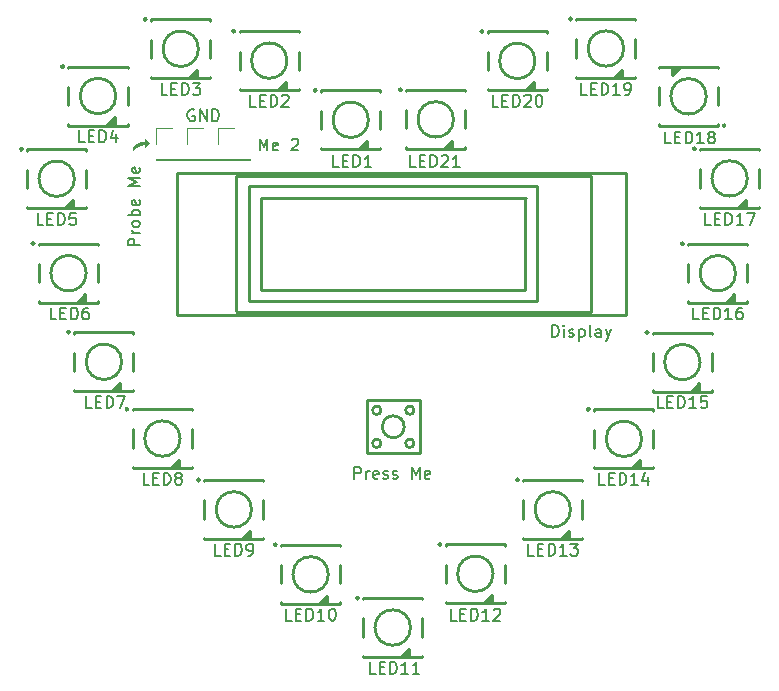
<source format=gbr>
%TF.GenerationSoftware,KiCad,Pcbnew,9.0.5*%
%TF.CreationDate,2025-11-15T18:52:14+05:30*%
%TF.ProjectId,HeartPCB_KiCad,48656172-7450-4434-925f-4b694361642e,rev?*%
%TF.SameCoordinates,Original*%
%TF.FileFunction,Legend,Top*%
%TF.FilePolarity,Positive*%
%FSLAX46Y46*%
G04 Gerber Fmt 4.6, Leading zero omitted, Abs format (unit mm)*
G04 Created by KiCad (PCBNEW 9.0.5) date 2025-11-15 18:52:14*
%MOMM*%
%LPD*%
G01*
G04 APERTURE LIST*
%ADD10C,0.000000*%
%ADD11C,0.150000*%
%ADD12C,0.155000*%
%ADD13C,0.254000*%
%ADD14C,0.120000*%
G04 APERTURE END LIST*
D10*
G36*
X127271252Y-68059128D02*
G01*
X126847889Y-68482443D01*
X126847889Y-68216695D01*
X126755521Y-68226302D01*
X126665705Y-68240907D01*
X126578748Y-68260297D01*
X126494958Y-68284260D01*
X126414639Y-68312582D01*
X126338099Y-68345051D01*
X126265645Y-68381454D01*
X126197582Y-68421578D01*
X126134217Y-68465210D01*
X126075857Y-68512138D01*
X126022808Y-68562148D01*
X125975376Y-68615029D01*
X125933869Y-68670565D01*
X125898592Y-68728546D01*
X125869852Y-68788758D01*
X125858029Y-68819635D01*
X125847955Y-68850989D01*
X125842679Y-68831617D01*
X125838074Y-68812083D01*
X125834150Y-68792394D01*
X125830917Y-68772556D01*
X125828385Y-68752579D01*
X125826564Y-68732467D01*
X125825464Y-68712230D01*
X125825095Y-68691874D01*
X125826397Y-68653511D01*
X125830263Y-68615616D01*
X125836635Y-68578228D01*
X125845454Y-68541390D01*
X125856662Y-68505142D01*
X125870200Y-68469524D01*
X125886009Y-68434577D01*
X125904030Y-68400343D01*
X125924206Y-68366861D01*
X125946477Y-68334173D01*
X125970785Y-68302320D01*
X125997071Y-68271341D01*
X126025276Y-68241279D01*
X126055342Y-68212173D01*
X126087211Y-68184064D01*
X126120822Y-68156994D01*
X126156119Y-68131003D01*
X126193042Y-68106132D01*
X126231533Y-68082421D01*
X126271533Y-68059912D01*
X126312983Y-68038645D01*
X126355825Y-68018661D01*
X126400000Y-68000000D01*
X126445449Y-67982704D01*
X126492115Y-67966813D01*
X126539937Y-67952368D01*
X126588858Y-67939409D01*
X126638819Y-67927978D01*
X126689761Y-67918116D01*
X126741626Y-67909863D01*
X126794355Y-67903259D01*
X126847889Y-67898346D01*
X126847889Y-67635670D01*
X127271252Y-68059128D01*
G37*
D11*
X173779761Y-82954819D02*
X173303571Y-82954819D01*
X173303571Y-82954819D02*
X173303571Y-81954819D01*
X174113095Y-82431009D02*
X174446428Y-82431009D01*
X174589285Y-82954819D02*
X174113095Y-82954819D01*
X174113095Y-82954819D02*
X174113095Y-81954819D01*
X174113095Y-81954819D02*
X174589285Y-81954819D01*
X175017857Y-82954819D02*
X175017857Y-81954819D01*
X175017857Y-81954819D02*
X175255952Y-81954819D01*
X175255952Y-81954819D02*
X175398809Y-82002438D01*
X175398809Y-82002438D02*
X175494047Y-82097676D01*
X175494047Y-82097676D02*
X175541666Y-82192914D01*
X175541666Y-82192914D02*
X175589285Y-82383390D01*
X175589285Y-82383390D02*
X175589285Y-82526247D01*
X175589285Y-82526247D02*
X175541666Y-82716723D01*
X175541666Y-82716723D02*
X175494047Y-82811961D01*
X175494047Y-82811961D02*
X175398809Y-82907200D01*
X175398809Y-82907200D02*
X175255952Y-82954819D01*
X175255952Y-82954819D02*
X175017857Y-82954819D01*
X176541666Y-82954819D02*
X175970238Y-82954819D01*
X176255952Y-82954819D02*
X176255952Y-81954819D01*
X176255952Y-81954819D02*
X176160714Y-82097676D01*
X176160714Y-82097676D02*
X176065476Y-82192914D01*
X176065476Y-82192914D02*
X175970238Y-82240533D01*
X177398809Y-81954819D02*
X177208333Y-81954819D01*
X177208333Y-81954819D02*
X177113095Y-82002438D01*
X177113095Y-82002438D02*
X177065476Y-82050057D01*
X177065476Y-82050057D02*
X176970238Y-82192914D01*
X176970238Y-82192914D02*
X176922619Y-82383390D01*
X176922619Y-82383390D02*
X176922619Y-82764342D01*
X176922619Y-82764342D02*
X176970238Y-82859580D01*
X176970238Y-82859580D02*
X177017857Y-82907200D01*
X177017857Y-82907200D02*
X177113095Y-82954819D01*
X177113095Y-82954819D02*
X177303571Y-82954819D01*
X177303571Y-82954819D02*
X177398809Y-82907200D01*
X177398809Y-82907200D02*
X177446428Y-82859580D01*
X177446428Y-82859580D02*
X177494047Y-82764342D01*
X177494047Y-82764342D02*
X177494047Y-82526247D01*
X177494047Y-82526247D02*
X177446428Y-82431009D01*
X177446428Y-82431009D02*
X177398809Y-82383390D01*
X177398809Y-82383390D02*
X177303571Y-82335771D01*
X177303571Y-82335771D02*
X177113095Y-82335771D01*
X177113095Y-82335771D02*
X177017857Y-82383390D01*
X177017857Y-82383390D02*
X176970238Y-82431009D01*
X176970238Y-82431009D02*
X176922619Y-82526247D01*
X131038095Y-65222438D02*
X130942857Y-65174819D01*
X130942857Y-65174819D02*
X130800000Y-65174819D01*
X130800000Y-65174819D02*
X130657143Y-65222438D01*
X130657143Y-65222438D02*
X130561905Y-65317676D01*
X130561905Y-65317676D02*
X130514286Y-65412914D01*
X130514286Y-65412914D02*
X130466667Y-65603390D01*
X130466667Y-65603390D02*
X130466667Y-65746247D01*
X130466667Y-65746247D02*
X130514286Y-65936723D01*
X130514286Y-65936723D02*
X130561905Y-66031961D01*
X130561905Y-66031961D02*
X130657143Y-66127200D01*
X130657143Y-66127200D02*
X130800000Y-66174819D01*
X130800000Y-66174819D02*
X130895238Y-66174819D01*
X130895238Y-66174819D02*
X131038095Y-66127200D01*
X131038095Y-66127200D02*
X131085714Y-66079580D01*
X131085714Y-66079580D02*
X131085714Y-65746247D01*
X131085714Y-65746247D02*
X130895238Y-65746247D01*
X131514286Y-66174819D02*
X131514286Y-65174819D01*
X131514286Y-65174819D02*
X132085714Y-66174819D01*
X132085714Y-66174819D02*
X132085714Y-65174819D01*
X132561905Y-66174819D02*
X132561905Y-65174819D01*
X132561905Y-65174819D02*
X132800000Y-65174819D01*
X132800000Y-65174819D02*
X132942857Y-65222438D01*
X132942857Y-65222438D02*
X133038095Y-65317676D01*
X133038095Y-65317676D02*
X133085714Y-65412914D01*
X133085714Y-65412914D02*
X133133333Y-65603390D01*
X133133333Y-65603390D02*
X133133333Y-65746247D01*
X133133333Y-65746247D02*
X133085714Y-65936723D01*
X133085714Y-65936723D02*
X133038095Y-66031961D01*
X133038095Y-66031961D02*
X132942857Y-66127200D01*
X132942857Y-66127200D02*
X132800000Y-66174819D01*
X132800000Y-66174819D02*
X132561905Y-66174819D01*
X136280952Y-64954819D02*
X135804762Y-64954819D01*
X135804762Y-64954819D02*
X135804762Y-63954819D01*
X136614286Y-64431009D02*
X136947619Y-64431009D01*
X137090476Y-64954819D02*
X136614286Y-64954819D01*
X136614286Y-64954819D02*
X136614286Y-63954819D01*
X136614286Y-63954819D02*
X137090476Y-63954819D01*
X137519048Y-64954819D02*
X137519048Y-63954819D01*
X137519048Y-63954819D02*
X137757143Y-63954819D01*
X137757143Y-63954819D02*
X137900000Y-64002438D01*
X137900000Y-64002438D02*
X137995238Y-64097676D01*
X137995238Y-64097676D02*
X138042857Y-64192914D01*
X138042857Y-64192914D02*
X138090476Y-64383390D01*
X138090476Y-64383390D02*
X138090476Y-64526247D01*
X138090476Y-64526247D02*
X138042857Y-64716723D01*
X138042857Y-64716723D02*
X137995238Y-64811961D01*
X137995238Y-64811961D02*
X137900000Y-64907200D01*
X137900000Y-64907200D02*
X137757143Y-64954819D01*
X137757143Y-64954819D02*
X137519048Y-64954819D01*
X138471429Y-64050057D02*
X138519048Y-64002438D01*
X138519048Y-64002438D02*
X138614286Y-63954819D01*
X138614286Y-63954819D02*
X138852381Y-63954819D01*
X138852381Y-63954819D02*
X138947619Y-64002438D01*
X138947619Y-64002438D02*
X138995238Y-64050057D01*
X138995238Y-64050057D02*
X139042857Y-64145295D01*
X139042857Y-64145295D02*
X139042857Y-64240533D01*
X139042857Y-64240533D02*
X138995238Y-64383390D01*
X138995238Y-64383390D02*
X138423810Y-64954819D01*
X138423810Y-64954819D02*
X139042857Y-64954819D01*
X174779761Y-74954819D02*
X174303571Y-74954819D01*
X174303571Y-74954819D02*
X174303571Y-73954819D01*
X175113095Y-74431009D02*
X175446428Y-74431009D01*
X175589285Y-74954819D02*
X175113095Y-74954819D01*
X175113095Y-74954819D02*
X175113095Y-73954819D01*
X175113095Y-73954819D02*
X175589285Y-73954819D01*
X176017857Y-74954819D02*
X176017857Y-73954819D01*
X176017857Y-73954819D02*
X176255952Y-73954819D01*
X176255952Y-73954819D02*
X176398809Y-74002438D01*
X176398809Y-74002438D02*
X176494047Y-74097676D01*
X176494047Y-74097676D02*
X176541666Y-74192914D01*
X176541666Y-74192914D02*
X176589285Y-74383390D01*
X176589285Y-74383390D02*
X176589285Y-74526247D01*
X176589285Y-74526247D02*
X176541666Y-74716723D01*
X176541666Y-74716723D02*
X176494047Y-74811961D01*
X176494047Y-74811961D02*
X176398809Y-74907200D01*
X176398809Y-74907200D02*
X176255952Y-74954819D01*
X176255952Y-74954819D02*
X176017857Y-74954819D01*
X177541666Y-74954819D02*
X176970238Y-74954819D01*
X177255952Y-74954819D02*
X177255952Y-73954819D01*
X177255952Y-73954819D02*
X177160714Y-74097676D01*
X177160714Y-74097676D02*
X177065476Y-74192914D01*
X177065476Y-74192914D02*
X176970238Y-74240533D01*
X177875000Y-73954819D02*
X178541666Y-73954819D01*
X178541666Y-73954819D02*
X178113095Y-74954819D01*
X164304761Y-63954819D02*
X163828571Y-63954819D01*
X163828571Y-63954819D02*
X163828571Y-62954819D01*
X164638095Y-63431009D02*
X164971428Y-63431009D01*
X165114285Y-63954819D02*
X164638095Y-63954819D01*
X164638095Y-63954819D02*
X164638095Y-62954819D01*
X164638095Y-62954819D02*
X165114285Y-62954819D01*
X165542857Y-63954819D02*
X165542857Y-62954819D01*
X165542857Y-62954819D02*
X165780952Y-62954819D01*
X165780952Y-62954819D02*
X165923809Y-63002438D01*
X165923809Y-63002438D02*
X166019047Y-63097676D01*
X166019047Y-63097676D02*
X166066666Y-63192914D01*
X166066666Y-63192914D02*
X166114285Y-63383390D01*
X166114285Y-63383390D02*
X166114285Y-63526247D01*
X166114285Y-63526247D02*
X166066666Y-63716723D01*
X166066666Y-63716723D02*
X166019047Y-63811961D01*
X166019047Y-63811961D02*
X165923809Y-63907200D01*
X165923809Y-63907200D02*
X165780952Y-63954819D01*
X165780952Y-63954819D02*
X165542857Y-63954819D01*
X167066666Y-63954819D02*
X166495238Y-63954819D01*
X166780952Y-63954819D02*
X166780952Y-62954819D01*
X166780952Y-62954819D02*
X166685714Y-63097676D01*
X166685714Y-63097676D02*
X166590476Y-63192914D01*
X166590476Y-63192914D02*
X166495238Y-63240533D01*
X167542857Y-63954819D02*
X167733333Y-63954819D01*
X167733333Y-63954819D02*
X167828571Y-63907200D01*
X167828571Y-63907200D02*
X167876190Y-63859580D01*
X167876190Y-63859580D02*
X167971428Y-63716723D01*
X167971428Y-63716723D02*
X168019047Y-63526247D01*
X168019047Y-63526247D02*
X168019047Y-63145295D01*
X168019047Y-63145295D02*
X167971428Y-63050057D01*
X167971428Y-63050057D02*
X167923809Y-63002438D01*
X167923809Y-63002438D02*
X167828571Y-62954819D01*
X167828571Y-62954819D02*
X167638095Y-62954819D01*
X167638095Y-62954819D02*
X167542857Y-63002438D01*
X167542857Y-63002438D02*
X167495238Y-63050057D01*
X167495238Y-63050057D02*
X167447619Y-63145295D01*
X167447619Y-63145295D02*
X167447619Y-63383390D01*
X167447619Y-63383390D02*
X167495238Y-63478628D01*
X167495238Y-63478628D02*
X167542857Y-63526247D01*
X167542857Y-63526247D02*
X167638095Y-63573866D01*
X167638095Y-63573866D02*
X167828571Y-63573866D01*
X167828571Y-63573866D02*
X167923809Y-63526247D01*
X167923809Y-63526247D02*
X167971428Y-63478628D01*
X167971428Y-63478628D02*
X168019047Y-63383390D01*
X136580952Y-68654819D02*
X136580952Y-67654819D01*
X136580952Y-67654819D02*
X136914285Y-68369104D01*
X136914285Y-68369104D02*
X137247618Y-67654819D01*
X137247618Y-67654819D02*
X137247618Y-68654819D01*
X138104761Y-68607200D02*
X138009523Y-68654819D01*
X138009523Y-68654819D02*
X137819047Y-68654819D01*
X137819047Y-68654819D02*
X137723809Y-68607200D01*
X137723809Y-68607200D02*
X137676190Y-68511961D01*
X137676190Y-68511961D02*
X137676190Y-68131009D01*
X137676190Y-68131009D02*
X137723809Y-68035771D01*
X137723809Y-68035771D02*
X137819047Y-67988152D01*
X137819047Y-67988152D02*
X138009523Y-67988152D01*
X138009523Y-67988152D02*
X138104761Y-68035771D01*
X138104761Y-68035771D02*
X138152380Y-68131009D01*
X138152380Y-68131009D02*
X138152380Y-68226247D01*
X138152380Y-68226247D02*
X137676190Y-68321485D01*
X139295238Y-67750057D02*
X139342857Y-67702438D01*
X139342857Y-67702438D02*
X139438095Y-67654819D01*
X139438095Y-67654819D02*
X139676190Y-67654819D01*
X139676190Y-67654819D02*
X139771428Y-67702438D01*
X139771428Y-67702438D02*
X139819047Y-67750057D01*
X139819047Y-67750057D02*
X139866666Y-67845295D01*
X139866666Y-67845295D02*
X139866666Y-67940533D01*
X139866666Y-67940533D02*
X139819047Y-68083390D01*
X139819047Y-68083390D02*
X139247619Y-68654819D01*
X139247619Y-68654819D02*
X139866666Y-68654819D01*
X146404761Y-112954819D02*
X145928571Y-112954819D01*
X145928571Y-112954819D02*
X145928571Y-111954819D01*
X146738095Y-112431009D02*
X147071428Y-112431009D01*
X147214285Y-112954819D02*
X146738095Y-112954819D01*
X146738095Y-112954819D02*
X146738095Y-111954819D01*
X146738095Y-111954819D02*
X147214285Y-111954819D01*
X147642857Y-112954819D02*
X147642857Y-111954819D01*
X147642857Y-111954819D02*
X147880952Y-111954819D01*
X147880952Y-111954819D02*
X148023809Y-112002438D01*
X148023809Y-112002438D02*
X148119047Y-112097676D01*
X148119047Y-112097676D02*
X148166666Y-112192914D01*
X148166666Y-112192914D02*
X148214285Y-112383390D01*
X148214285Y-112383390D02*
X148214285Y-112526247D01*
X148214285Y-112526247D02*
X148166666Y-112716723D01*
X148166666Y-112716723D02*
X148119047Y-112811961D01*
X148119047Y-112811961D02*
X148023809Y-112907200D01*
X148023809Y-112907200D02*
X147880952Y-112954819D01*
X147880952Y-112954819D02*
X147642857Y-112954819D01*
X149166666Y-112954819D02*
X148595238Y-112954819D01*
X148880952Y-112954819D02*
X148880952Y-111954819D01*
X148880952Y-111954819D02*
X148785714Y-112097676D01*
X148785714Y-112097676D02*
X148690476Y-112192914D01*
X148690476Y-112192914D02*
X148595238Y-112240533D01*
X150119047Y-112954819D02*
X149547619Y-112954819D01*
X149833333Y-112954819D02*
X149833333Y-111954819D01*
X149833333Y-111954819D02*
X149738095Y-112097676D01*
X149738095Y-112097676D02*
X149642857Y-112192914D01*
X149642857Y-112192914D02*
X149547619Y-112240533D01*
X122380952Y-90454819D02*
X121904762Y-90454819D01*
X121904762Y-90454819D02*
X121904762Y-89454819D01*
X122714286Y-89931009D02*
X123047619Y-89931009D01*
X123190476Y-90454819D02*
X122714286Y-90454819D01*
X122714286Y-90454819D02*
X122714286Y-89454819D01*
X122714286Y-89454819D02*
X123190476Y-89454819D01*
X123619048Y-90454819D02*
X123619048Y-89454819D01*
X123619048Y-89454819D02*
X123857143Y-89454819D01*
X123857143Y-89454819D02*
X124000000Y-89502438D01*
X124000000Y-89502438D02*
X124095238Y-89597676D01*
X124095238Y-89597676D02*
X124142857Y-89692914D01*
X124142857Y-89692914D02*
X124190476Y-89883390D01*
X124190476Y-89883390D02*
X124190476Y-90026247D01*
X124190476Y-90026247D02*
X124142857Y-90216723D01*
X124142857Y-90216723D02*
X124095238Y-90311961D01*
X124095238Y-90311961D02*
X124000000Y-90407200D01*
X124000000Y-90407200D02*
X123857143Y-90454819D01*
X123857143Y-90454819D02*
X123619048Y-90454819D01*
X124523810Y-89454819D02*
X125190476Y-89454819D01*
X125190476Y-89454819D02*
X124761905Y-90454819D01*
X170779761Y-90454819D02*
X170303571Y-90454819D01*
X170303571Y-90454819D02*
X170303571Y-89454819D01*
X171113095Y-89931009D02*
X171446428Y-89931009D01*
X171589285Y-90454819D02*
X171113095Y-90454819D01*
X171113095Y-90454819D02*
X171113095Y-89454819D01*
X171113095Y-89454819D02*
X171589285Y-89454819D01*
X172017857Y-90454819D02*
X172017857Y-89454819D01*
X172017857Y-89454819D02*
X172255952Y-89454819D01*
X172255952Y-89454819D02*
X172398809Y-89502438D01*
X172398809Y-89502438D02*
X172494047Y-89597676D01*
X172494047Y-89597676D02*
X172541666Y-89692914D01*
X172541666Y-89692914D02*
X172589285Y-89883390D01*
X172589285Y-89883390D02*
X172589285Y-90026247D01*
X172589285Y-90026247D02*
X172541666Y-90216723D01*
X172541666Y-90216723D02*
X172494047Y-90311961D01*
X172494047Y-90311961D02*
X172398809Y-90407200D01*
X172398809Y-90407200D02*
X172255952Y-90454819D01*
X172255952Y-90454819D02*
X172017857Y-90454819D01*
X173541666Y-90454819D02*
X172970238Y-90454819D01*
X173255952Y-90454819D02*
X173255952Y-89454819D01*
X173255952Y-89454819D02*
X173160714Y-89597676D01*
X173160714Y-89597676D02*
X173065476Y-89692914D01*
X173065476Y-89692914D02*
X172970238Y-89740533D01*
X174446428Y-89454819D02*
X173970238Y-89454819D01*
X173970238Y-89454819D02*
X173922619Y-89931009D01*
X173922619Y-89931009D02*
X173970238Y-89883390D01*
X173970238Y-89883390D02*
X174065476Y-89835771D01*
X174065476Y-89835771D02*
X174303571Y-89835771D01*
X174303571Y-89835771D02*
X174398809Y-89883390D01*
X174398809Y-89883390D02*
X174446428Y-89931009D01*
X174446428Y-89931009D02*
X174494047Y-90026247D01*
X174494047Y-90026247D02*
X174494047Y-90264342D01*
X174494047Y-90264342D02*
X174446428Y-90359580D01*
X174446428Y-90359580D02*
X174398809Y-90407200D01*
X174398809Y-90407200D02*
X174303571Y-90454819D01*
X174303571Y-90454819D02*
X174065476Y-90454819D01*
X174065476Y-90454819D02*
X173970238Y-90407200D01*
X173970238Y-90407200D02*
X173922619Y-90359580D01*
D12*
X143280952Y-70054559D02*
X142804762Y-70054559D01*
X142804762Y-70054559D02*
X142804762Y-69054559D01*
X143614286Y-69530749D02*
X143947619Y-69530749D01*
X144090476Y-70054559D02*
X143614286Y-70054559D01*
X143614286Y-70054559D02*
X143614286Y-69054559D01*
X143614286Y-69054559D02*
X144090476Y-69054559D01*
X144519048Y-70054559D02*
X144519048Y-69054559D01*
X144519048Y-69054559D02*
X144757143Y-69054559D01*
X144757143Y-69054559D02*
X144900000Y-69102178D01*
X144900000Y-69102178D02*
X144995238Y-69197416D01*
X144995238Y-69197416D02*
X145042857Y-69292654D01*
X145042857Y-69292654D02*
X145090476Y-69483130D01*
X145090476Y-69483130D02*
X145090476Y-69625987D01*
X145090476Y-69625987D02*
X145042857Y-69816463D01*
X145042857Y-69816463D02*
X144995238Y-69911701D01*
X144995238Y-69911701D02*
X144900000Y-70006940D01*
X144900000Y-70006940D02*
X144757143Y-70054559D01*
X144757143Y-70054559D02*
X144519048Y-70054559D01*
X146042857Y-70054559D02*
X145471429Y-70054559D01*
X145757143Y-70054559D02*
X145757143Y-69054559D01*
X145757143Y-69054559D02*
X145661905Y-69197416D01*
X145661905Y-69197416D02*
X145566667Y-69292654D01*
X145566667Y-69292654D02*
X145471429Y-69340273D01*
D11*
X149804761Y-70054819D02*
X149328571Y-70054819D01*
X149328571Y-70054819D02*
X149328571Y-69054819D01*
X150138095Y-69531009D02*
X150471428Y-69531009D01*
X150614285Y-70054819D02*
X150138095Y-70054819D01*
X150138095Y-70054819D02*
X150138095Y-69054819D01*
X150138095Y-69054819D02*
X150614285Y-69054819D01*
X151042857Y-70054819D02*
X151042857Y-69054819D01*
X151042857Y-69054819D02*
X151280952Y-69054819D01*
X151280952Y-69054819D02*
X151423809Y-69102438D01*
X151423809Y-69102438D02*
X151519047Y-69197676D01*
X151519047Y-69197676D02*
X151566666Y-69292914D01*
X151566666Y-69292914D02*
X151614285Y-69483390D01*
X151614285Y-69483390D02*
X151614285Y-69626247D01*
X151614285Y-69626247D02*
X151566666Y-69816723D01*
X151566666Y-69816723D02*
X151519047Y-69911961D01*
X151519047Y-69911961D02*
X151423809Y-70007200D01*
X151423809Y-70007200D02*
X151280952Y-70054819D01*
X151280952Y-70054819D02*
X151042857Y-70054819D01*
X151995238Y-69150057D02*
X152042857Y-69102438D01*
X152042857Y-69102438D02*
X152138095Y-69054819D01*
X152138095Y-69054819D02*
X152376190Y-69054819D01*
X152376190Y-69054819D02*
X152471428Y-69102438D01*
X152471428Y-69102438D02*
X152519047Y-69150057D01*
X152519047Y-69150057D02*
X152566666Y-69245295D01*
X152566666Y-69245295D02*
X152566666Y-69340533D01*
X152566666Y-69340533D02*
X152519047Y-69483390D01*
X152519047Y-69483390D02*
X151947619Y-70054819D01*
X151947619Y-70054819D02*
X152566666Y-70054819D01*
X153519047Y-70054819D02*
X152947619Y-70054819D01*
X153233333Y-70054819D02*
X153233333Y-69054819D01*
X153233333Y-69054819D02*
X153138095Y-69197676D01*
X153138095Y-69197676D02*
X153042857Y-69292914D01*
X153042857Y-69292914D02*
X152947619Y-69340533D01*
X119380952Y-82954819D02*
X118904762Y-82954819D01*
X118904762Y-82954819D02*
X118904762Y-81954819D01*
X119714286Y-82431009D02*
X120047619Y-82431009D01*
X120190476Y-82954819D02*
X119714286Y-82954819D01*
X119714286Y-82954819D02*
X119714286Y-81954819D01*
X119714286Y-81954819D02*
X120190476Y-81954819D01*
X120619048Y-82954819D02*
X120619048Y-81954819D01*
X120619048Y-81954819D02*
X120857143Y-81954819D01*
X120857143Y-81954819D02*
X121000000Y-82002438D01*
X121000000Y-82002438D02*
X121095238Y-82097676D01*
X121095238Y-82097676D02*
X121142857Y-82192914D01*
X121142857Y-82192914D02*
X121190476Y-82383390D01*
X121190476Y-82383390D02*
X121190476Y-82526247D01*
X121190476Y-82526247D02*
X121142857Y-82716723D01*
X121142857Y-82716723D02*
X121095238Y-82811961D01*
X121095238Y-82811961D02*
X121000000Y-82907200D01*
X121000000Y-82907200D02*
X120857143Y-82954819D01*
X120857143Y-82954819D02*
X120619048Y-82954819D01*
X122047619Y-81954819D02*
X121857143Y-81954819D01*
X121857143Y-81954819D02*
X121761905Y-82002438D01*
X121761905Y-82002438D02*
X121714286Y-82050057D01*
X121714286Y-82050057D02*
X121619048Y-82192914D01*
X121619048Y-82192914D02*
X121571429Y-82383390D01*
X121571429Y-82383390D02*
X121571429Y-82764342D01*
X121571429Y-82764342D02*
X121619048Y-82859580D01*
X121619048Y-82859580D02*
X121666667Y-82907200D01*
X121666667Y-82907200D02*
X121761905Y-82954819D01*
X121761905Y-82954819D02*
X121952381Y-82954819D01*
X121952381Y-82954819D02*
X122047619Y-82907200D01*
X122047619Y-82907200D02*
X122095238Y-82859580D01*
X122095238Y-82859580D02*
X122142857Y-82764342D01*
X122142857Y-82764342D02*
X122142857Y-82526247D01*
X122142857Y-82526247D02*
X122095238Y-82431009D01*
X122095238Y-82431009D02*
X122047619Y-82383390D01*
X122047619Y-82383390D02*
X121952381Y-82335771D01*
X121952381Y-82335771D02*
X121761905Y-82335771D01*
X121761905Y-82335771D02*
X121666667Y-82383390D01*
X121666667Y-82383390D02*
X121619048Y-82431009D01*
X121619048Y-82431009D02*
X121571429Y-82526247D01*
X118280952Y-74954819D02*
X117804762Y-74954819D01*
X117804762Y-74954819D02*
X117804762Y-73954819D01*
X118614286Y-74431009D02*
X118947619Y-74431009D01*
X119090476Y-74954819D02*
X118614286Y-74954819D01*
X118614286Y-74954819D02*
X118614286Y-73954819D01*
X118614286Y-73954819D02*
X119090476Y-73954819D01*
X119519048Y-74954819D02*
X119519048Y-73954819D01*
X119519048Y-73954819D02*
X119757143Y-73954819D01*
X119757143Y-73954819D02*
X119900000Y-74002438D01*
X119900000Y-74002438D02*
X119995238Y-74097676D01*
X119995238Y-74097676D02*
X120042857Y-74192914D01*
X120042857Y-74192914D02*
X120090476Y-74383390D01*
X120090476Y-74383390D02*
X120090476Y-74526247D01*
X120090476Y-74526247D02*
X120042857Y-74716723D01*
X120042857Y-74716723D02*
X119995238Y-74811961D01*
X119995238Y-74811961D02*
X119900000Y-74907200D01*
X119900000Y-74907200D02*
X119757143Y-74954819D01*
X119757143Y-74954819D02*
X119519048Y-74954819D01*
X120995238Y-73954819D02*
X120519048Y-73954819D01*
X120519048Y-73954819D02*
X120471429Y-74431009D01*
X120471429Y-74431009D02*
X120519048Y-74383390D01*
X120519048Y-74383390D02*
X120614286Y-74335771D01*
X120614286Y-74335771D02*
X120852381Y-74335771D01*
X120852381Y-74335771D02*
X120947619Y-74383390D01*
X120947619Y-74383390D02*
X120995238Y-74431009D01*
X120995238Y-74431009D02*
X121042857Y-74526247D01*
X121042857Y-74526247D02*
X121042857Y-74764342D01*
X121042857Y-74764342D02*
X120995238Y-74859580D01*
X120995238Y-74859580D02*
X120947619Y-74907200D01*
X120947619Y-74907200D02*
X120852381Y-74954819D01*
X120852381Y-74954819D02*
X120614286Y-74954819D01*
X120614286Y-74954819D02*
X120519048Y-74907200D01*
X120519048Y-74907200D02*
X120471429Y-74859580D01*
X165829761Y-96954819D02*
X165353571Y-96954819D01*
X165353571Y-96954819D02*
X165353571Y-95954819D01*
X166163095Y-96431009D02*
X166496428Y-96431009D01*
X166639285Y-96954819D02*
X166163095Y-96954819D01*
X166163095Y-96954819D02*
X166163095Y-95954819D01*
X166163095Y-95954819D02*
X166639285Y-95954819D01*
X167067857Y-96954819D02*
X167067857Y-95954819D01*
X167067857Y-95954819D02*
X167305952Y-95954819D01*
X167305952Y-95954819D02*
X167448809Y-96002438D01*
X167448809Y-96002438D02*
X167544047Y-96097676D01*
X167544047Y-96097676D02*
X167591666Y-96192914D01*
X167591666Y-96192914D02*
X167639285Y-96383390D01*
X167639285Y-96383390D02*
X167639285Y-96526247D01*
X167639285Y-96526247D02*
X167591666Y-96716723D01*
X167591666Y-96716723D02*
X167544047Y-96811961D01*
X167544047Y-96811961D02*
X167448809Y-96907200D01*
X167448809Y-96907200D02*
X167305952Y-96954819D01*
X167305952Y-96954819D02*
X167067857Y-96954819D01*
X168591666Y-96954819D02*
X168020238Y-96954819D01*
X168305952Y-96954819D02*
X168305952Y-95954819D01*
X168305952Y-95954819D02*
X168210714Y-96097676D01*
X168210714Y-96097676D02*
X168115476Y-96192914D01*
X168115476Y-96192914D02*
X168020238Y-96240533D01*
X169448809Y-96288152D02*
X169448809Y-96954819D01*
X169210714Y-95907200D02*
X168972619Y-96621485D01*
X168972619Y-96621485D02*
X169591666Y-96621485D01*
X121780952Y-67954819D02*
X121304762Y-67954819D01*
X121304762Y-67954819D02*
X121304762Y-66954819D01*
X122114286Y-67431009D02*
X122447619Y-67431009D01*
X122590476Y-67954819D02*
X122114286Y-67954819D01*
X122114286Y-67954819D02*
X122114286Y-66954819D01*
X122114286Y-66954819D02*
X122590476Y-66954819D01*
X123019048Y-67954819D02*
X123019048Y-66954819D01*
X123019048Y-66954819D02*
X123257143Y-66954819D01*
X123257143Y-66954819D02*
X123400000Y-67002438D01*
X123400000Y-67002438D02*
X123495238Y-67097676D01*
X123495238Y-67097676D02*
X123542857Y-67192914D01*
X123542857Y-67192914D02*
X123590476Y-67383390D01*
X123590476Y-67383390D02*
X123590476Y-67526247D01*
X123590476Y-67526247D02*
X123542857Y-67716723D01*
X123542857Y-67716723D02*
X123495238Y-67811961D01*
X123495238Y-67811961D02*
X123400000Y-67907200D01*
X123400000Y-67907200D02*
X123257143Y-67954819D01*
X123257143Y-67954819D02*
X123019048Y-67954819D01*
X124447619Y-67288152D02*
X124447619Y-67954819D01*
X124209524Y-66907200D02*
X123971429Y-67621485D01*
X123971429Y-67621485D02*
X124590476Y-67621485D01*
X127230952Y-96954819D02*
X126754762Y-96954819D01*
X126754762Y-96954819D02*
X126754762Y-95954819D01*
X127564286Y-96431009D02*
X127897619Y-96431009D01*
X128040476Y-96954819D02*
X127564286Y-96954819D01*
X127564286Y-96954819D02*
X127564286Y-95954819D01*
X127564286Y-95954819D02*
X128040476Y-95954819D01*
X128469048Y-96954819D02*
X128469048Y-95954819D01*
X128469048Y-95954819D02*
X128707143Y-95954819D01*
X128707143Y-95954819D02*
X128850000Y-96002438D01*
X128850000Y-96002438D02*
X128945238Y-96097676D01*
X128945238Y-96097676D02*
X128992857Y-96192914D01*
X128992857Y-96192914D02*
X129040476Y-96383390D01*
X129040476Y-96383390D02*
X129040476Y-96526247D01*
X129040476Y-96526247D02*
X128992857Y-96716723D01*
X128992857Y-96716723D02*
X128945238Y-96811961D01*
X128945238Y-96811961D02*
X128850000Y-96907200D01*
X128850000Y-96907200D02*
X128707143Y-96954819D01*
X128707143Y-96954819D02*
X128469048Y-96954819D01*
X129611905Y-96383390D02*
X129516667Y-96335771D01*
X129516667Y-96335771D02*
X129469048Y-96288152D01*
X129469048Y-96288152D02*
X129421429Y-96192914D01*
X129421429Y-96192914D02*
X129421429Y-96145295D01*
X129421429Y-96145295D02*
X129469048Y-96050057D01*
X129469048Y-96050057D02*
X129516667Y-96002438D01*
X129516667Y-96002438D02*
X129611905Y-95954819D01*
X129611905Y-95954819D02*
X129802381Y-95954819D01*
X129802381Y-95954819D02*
X129897619Y-96002438D01*
X129897619Y-96002438D02*
X129945238Y-96050057D01*
X129945238Y-96050057D02*
X129992857Y-96145295D01*
X129992857Y-96145295D02*
X129992857Y-96192914D01*
X129992857Y-96192914D02*
X129945238Y-96288152D01*
X129945238Y-96288152D02*
X129897619Y-96335771D01*
X129897619Y-96335771D02*
X129802381Y-96383390D01*
X129802381Y-96383390D02*
X129611905Y-96383390D01*
X129611905Y-96383390D02*
X129516667Y-96431009D01*
X129516667Y-96431009D02*
X129469048Y-96478628D01*
X129469048Y-96478628D02*
X129421429Y-96573866D01*
X129421429Y-96573866D02*
X129421429Y-96764342D01*
X129421429Y-96764342D02*
X129469048Y-96859580D01*
X129469048Y-96859580D02*
X129516667Y-96907200D01*
X129516667Y-96907200D02*
X129611905Y-96954819D01*
X129611905Y-96954819D02*
X129802381Y-96954819D01*
X129802381Y-96954819D02*
X129897619Y-96907200D01*
X129897619Y-96907200D02*
X129945238Y-96859580D01*
X129945238Y-96859580D02*
X129992857Y-96764342D01*
X129992857Y-96764342D02*
X129992857Y-96573866D01*
X129992857Y-96573866D02*
X129945238Y-96478628D01*
X129945238Y-96478628D02*
X129897619Y-96431009D01*
X129897619Y-96431009D02*
X129802381Y-96383390D01*
X153254761Y-108454819D02*
X152778571Y-108454819D01*
X152778571Y-108454819D02*
X152778571Y-107454819D01*
X153588095Y-107931009D02*
X153921428Y-107931009D01*
X154064285Y-108454819D02*
X153588095Y-108454819D01*
X153588095Y-108454819D02*
X153588095Y-107454819D01*
X153588095Y-107454819D02*
X154064285Y-107454819D01*
X154492857Y-108454819D02*
X154492857Y-107454819D01*
X154492857Y-107454819D02*
X154730952Y-107454819D01*
X154730952Y-107454819D02*
X154873809Y-107502438D01*
X154873809Y-107502438D02*
X154969047Y-107597676D01*
X154969047Y-107597676D02*
X155016666Y-107692914D01*
X155016666Y-107692914D02*
X155064285Y-107883390D01*
X155064285Y-107883390D02*
X155064285Y-108026247D01*
X155064285Y-108026247D02*
X155016666Y-108216723D01*
X155016666Y-108216723D02*
X154969047Y-108311961D01*
X154969047Y-108311961D02*
X154873809Y-108407200D01*
X154873809Y-108407200D02*
X154730952Y-108454819D01*
X154730952Y-108454819D02*
X154492857Y-108454819D01*
X156016666Y-108454819D02*
X155445238Y-108454819D01*
X155730952Y-108454819D02*
X155730952Y-107454819D01*
X155730952Y-107454819D02*
X155635714Y-107597676D01*
X155635714Y-107597676D02*
X155540476Y-107692914D01*
X155540476Y-107692914D02*
X155445238Y-107740533D01*
X156397619Y-107550057D02*
X156445238Y-107502438D01*
X156445238Y-107502438D02*
X156540476Y-107454819D01*
X156540476Y-107454819D02*
X156778571Y-107454819D01*
X156778571Y-107454819D02*
X156873809Y-107502438D01*
X156873809Y-107502438D02*
X156921428Y-107550057D01*
X156921428Y-107550057D02*
X156969047Y-107645295D01*
X156969047Y-107645295D02*
X156969047Y-107740533D01*
X156969047Y-107740533D02*
X156921428Y-107883390D01*
X156921428Y-107883390D02*
X156350000Y-108454819D01*
X156350000Y-108454819D02*
X156969047Y-108454819D01*
X159804761Y-102954819D02*
X159328571Y-102954819D01*
X159328571Y-102954819D02*
X159328571Y-101954819D01*
X160138095Y-102431009D02*
X160471428Y-102431009D01*
X160614285Y-102954819D02*
X160138095Y-102954819D01*
X160138095Y-102954819D02*
X160138095Y-101954819D01*
X160138095Y-101954819D02*
X160614285Y-101954819D01*
X161042857Y-102954819D02*
X161042857Y-101954819D01*
X161042857Y-101954819D02*
X161280952Y-101954819D01*
X161280952Y-101954819D02*
X161423809Y-102002438D01*
X161423809Y-102002438D02*
X161519047Y-102097676D01*
X161519047Y-102097676D02*
X161566666Y-102192914D01*
X161566666Y-102192914D02*
X161614285Y-102383390D01*
X161614285Y-102383390D02*
X161614285Y-102526247D01*
X161614285Y-102526247D02*
X161566666Y-102716723D01*
X161566666Y-102716723D02*
X161519047Y-102811961D01*
X161519047Y-102811961D02*
X161423809Y-102907200D01*
X161423809Y-102907200D02*
X161280952Y-102954819D01*
X161280952Y-102954819D02*
X161042857Y-102954819D01*
X162566666Y-102954819D02*
X161995238Y-102954819D01*
X162280952Y-102954819D02*
X162280952Y-101954819D01*
X162280952Y-101954819D02*
X162185714Y-102097676D01*
X162185714Y-102097676D02*
X162090476Y-102192914D01*
X162090476Y-102192914D02*
X161995238Y-102240533D01*
X162900000Y-101954819D02*
X163519047Y-101954819D01*
X163519047Y-101954819D02*
X163185714Y-102335771D01*
X163185714Y-102335771D02*
X163328571Y-102335771D01*
X163328571Y-102335771D02*
X163423809Y-102383390D01*
X163423809Y-102383390D02*
X163471428Y-102431009D01*
X163471428Y-102431009D02*
X163519047Y-102526247D01*
X163519047Y-102526247D02*
X163519047Y-102764342D01*
X163519047Y-102764342D02*
X163471428Y-102859580D01*
X163471428Y-102859580D02*
X163423809Y-102907200D01*
X163423809Y-102907200D02*
X163328571Y-102954819D01*
X163328571Y-102954819D02*
X163042857Y-102954819D01*
X163042857Y-102954819D02*
X162947619Y-102907200D01*
X162947619Y-102907200D02*
X162900000Y-102859580D01*
X156804761Y-64954819D02*
X156328571Y-64954819D01*
X156328571Y-64954819D02*
X156328571Y-63954819D01*
X157138095Y-64431009D02*
X157471428Y-64431009D01*
X157614285Y-64954819D02*
X157138095Y-64954819D01*
X157138095Y-64954819D02*
X157138095Y-63954819D01*
X157138095Y-63954819D02*
X157614285Y-63954819D01*
X158042857Y-64954819D02*
X158042857Y-63954819D01*
X158042857Y-63954819D02*
X158280952Y-63954819D01*
X158280952Y-63954819D02*
X158423809Y-64002438D01*
X158423809Y-64002438D02*
X158519047Y-64097676D01*
X158519047Y-64097676D02*
X158566666Y-64192914D01*
X158566666Y-64192914D02*
X158614285Y-64383390D01*
X158614285Y-64383390D02*
X158614285Y-64526247D01*
X158614285Y-64526247D02*
X158566666Y-64716723D01*
X158566666Y-64716723D02*
X158519047Y-64811961D01*
X158519047Y-64811961D02*
X158423809Y-64907200D01*
X158423809Y-64907200D02*
X158280952Y-64954819D01*
X158280952Y-64954819D02*
X158042857Y-64954819D01*
X158995238Y-64050057D02*
X159042857Y-64002438D01*
X159042857Y-64002438D02*
X159138095Y-63954819D01*
X159138095Y-63954819D02*
X159376190Y-63954819D01*
X159376190Y-63954819D02*
X159471428Y-64002438D01*
X159471428Y-64002438D02*
X159519047Y-64050057D01*
X159519047Y-64050057D02*
X159566666Y-64145295D01*
X159566666Y-64145295D02*
X159566666Y-64240533D01*
X159566666Y-64240533D02*
X159519047Y-64383390D01*
X159519047Y-64383390D02*
X158947619Y-64954819D01*
X158947619Y-64954819D02*
X159566666Y-64954819D01*
X160185714Y-63954819D02*
X160280952Y-63954819D01*
X160280952Y-63954819D02*
X160376190Y-64002438D01*
X160376190Y-64002438D02*
X160423809Y-64050057D01*
X160423809Y-64050057D02*
X160471428Y-64145295D01*
X160471428Y-64145295D02*
X160519047Y-64335771D01*
X160519047Y-64335771D02*
X160519047Y-64573866D01*
X160519047Y-64573866D02*
X160471428Y-64764342D01*
X160471428Y-64764342D02*
X160423809Y-64859580D01*
X160423809Y-64859580D02*
X160376190Y-64907200D01*
X160376190Y-64907200D02*
X160280952Y-64954819D01*
X160280952Y-64954819D02*
X160185714Y-64954819D01*
X160185714Y-64954819D02*
X160090476Y-64907200D01*
X160090476Y-64907200D02*
X160042857Y-64859580D01*
X160042857Y-64859580D02*
X159995238Y-64764342D01*
X159995238Y-64764342D02*
X159947619Y-64573866D01*
X159947619Y-64573866D02*
X159947619Y-64335771D01*
X159947619Y-64335771D02*
X159995238Y-64145295D01*
X159995238Y-64145295D02*
X160042857Y-64050057D01*
X160042857Y-64050057D02*
X160090476Y-64002438D01*
X160090476Y-64002438D02*
X160185714Y-63954819D01*
X126454819Y-76685714D02*
X125454819Y-76685714D01*
X125454819Y-76685714D02*
X125454819Y-76304762D01*
X125454819Y-76304762D02*
X125502438Y-76209524D01*
X125502438Y-76209524D02*
X125550057Y-76161905D01*
X125550057Y-76161905D02*
X125645295Y-76114286D01*
X125645295Y-76114286D02*
X125788152Y-76114286D01*
X125788152Y-76114286D02*
X125883390Y-76161905D01*
X125883390Y-76161905D02*
X125931009Y-76209524D01*
X125931009Y-76209524D02*
X125978628Y-76304762D01*
X125978628Y-76304762D02*
X125978628Y-76685714D01*
X126454819Y-75685714D02*
X125788152Y-75685714D01*
X125978628Y-75685714D02*
X125883390Y-75638095D01*
X125883390Y-75638095D02*
X125835771Y-75590476D01*
X125835771Y-75590476D02*
X125788152Y-75495238D01*
X125788152Y-75495238D02*
X125788152Y-75400000D01*
X126454819Y-74923809D02*
X126407200Y-75019047D01*
X126407200Y-75019047D02*
X126359580Y-75066666D01*
X126359580Y-75066666D02*
X126264342Y-75114285D01*
X126264342Y-75114285D02*
X125978628Y-75114285D01*
X125978628Y-75114285D02*
X125883390Y-75066666D01*
X125883390Y-75066666D02*
X125835771Y-75019047D01*
X125835771Y-75019047D02*
X125788152Y-74923809D01*
X125788152Y-74923809D02*
X125788152Y-74780952D01*
X125788152Y-74780952D02*
X125835771Y-74685714D01*
X125835771Y-74685714D02*
X125883390Y-74638095D01*
X125883390Y-74638095D02*
X125978628Y-74590476D01*
X125978628Y-74590476D02*
X126264342Y-74590476D01*
X126264342Y-74590476D02*
X126359580Y-74638095D01*
X126359580Y-74638095D02*
X126407200Y-74685714D01*
X126407200Y-74685714D02*
X126454819Y-74780952D01*
X126454819Y-74780952D02*
X126454819Y-74923809D01*
X126454819Y-74161904D02*
X125454819Y-74161904D01*
X125835771Y-74161904D02*
X125788152Y-74066666D01*
X125788152Y-74066666D02*
X125788152Y-73876190D01*
X125788152Y-73876190D02*
X125835771Y-73780952D01*
X125835771Y-73780952D02*
X125883390Y-73733333D01*
X125883390Y-73733333D02*
X125978628Y-73685714D01*
X125978628Y-73685714D02*
X126264342Y-73685714D01*
X126264342Y-73685714D02*
X126359580Y-73733333D01*
X126359580Y-73733333D02*
X126407200Y-73780952D01*
X126407200Y-73780952D02*
X126454819Y-73876190D01*
X126454819Y-73876190D02*
X126454819Y-74066666D01*
X126454819Y-74066666D02*
X126407200Y-74161904D01*
X126407200Y-72876190D02*
X126454819Y-72971428D01*
X126454819Y-72971428D02*
X126454819Y-73161904D01*
X126454819Y-73161904D02*
X126407200Y-73257142D01*
X126407200Y-73257142D02*
X126311961Y-73304761D01*
X126311961Y-73304761D02*
X125931009Y-73304761D01*
X125931009Y-73304761D02*
X125835771Y-73257142D01*
X125835771Y-73257142D02*
X125788152Y-73161904D01*
X125788152Y-73161904D02*
X125788152Y-72971428D01*
X125788152Y-72971428D02*
X125835771Y-72876190D01*
X125835771Y-72876190D02*
X125931009Y-72828571D01*
X125931009Y-72828571D02*
X126026247Y-72828571D01*
X126026247Y-72828571D02*
X126121485Y-73304761D01*
X126454819Y-71638094D02*
X125454819Y-71638094D01*
X125454819Y-71638094D02*
X126169104Y-71304761D01*
X126169104Y-71304761D02*
X125454819Y-70971428D01*
X125454819Y-70971428D02*
X126454819Y-70971428D01*
X126407200Y-70114285D02*
X126454819Y-70209523D01*
X126454819Y-70209523D02*
X126454819Y-70399999D01*
X126454819Y-70399999D02*
X126407200Y-70495237D01*
X126407200Y-70495237D02*
X126311961Y-70542856D01*
X126311961Y-70542856D02*
X125931009Y-70542856D01*
X125931009Y-70542856D02*
X125835771Y-70495237D01*
X125835771Y-70495237D02*
X125788152Y-70399999D01*
X125788152Y-70399999D02*
X125788152Y-70209523D01*
X125788152Y-70209523D02*
X125835771Y-70114285D01*
X125835771Y-70114285D02*
X125931009Y-70066666D01*
X125931009Y-70066666D02*
X126026247Y-70066666D01*
X126026247Y-70066666D02*
X126121485Y-70542856D01*
X139304761Y-108454819D02*
X138828571Y-108454819D01*
X138828571Y-108454819D02*
X138828571Y-107454819D01*
X139638095Y-107931009D02*
X139971428Y-107931009D01*
X140114285Y-108454819D02*
X139638095Y-108454819D01*
X139638095Y-108454819D02*
X139638095Y-107454819D01*
X139638095Y-107454819D02*
X140114285Y-107454819D01*
X140542857Y-108454819D02*
X140542857Y-107454819D01*
X140542857Y-107454819D02*
X140780952Y-107454819D01*
X140780952Y-107454819D02*
X140923809Y-107502438D01*
X140923809Y-107502438D02*
X141019047Y-107597676D01*
X141019047Y-107597676D02*
X141066666Y-107692914D01*
X141066666Y-107692914D02*
X141114285Y-107883390D01*
X141114285Y-107883390D02*
X141114285Y-108026247D01*
X141114285Y-108026247D02*
X141066666Y-108216723D01*
X141066666Y-108216723D02*
X141019047Y-108311961D01*
X141019047Y-108311961D02*
X140923809Y-108407200D01*
X140923809Y-108407200D02*
X140780952Y-108454819D01*
X140780952Y-108454819D02*
X140542857Y-108454819D01*
X142066666Y-108454819D02*
X141495238Y-108454819D01*
X141780952Y-108454819D02*
X141780952Y-107454819D01*
X141780952Y-107454819D02*
X141685714Y-107597676D01*
X141685714Y-107597676D02*
X141590476Y-107692914D01*
X141590476Y-107692914D02*
X141495238Y-107740533D01*
X142685714Y-107454819D02*
X142780952Y-107454819D01*
X142780952Y-107454819D02*
X142876190Y-107502438D01*
X142876190Y-107502438D02*
X142923809Y-107550057D01*
X142923809Y-107550057D02*
X142971428Y-107645295D01*
X142971428Y-107645295D02*
X143019047Y-107835771D01*
X143019047Y-107835771D02*
X143019047Y-108073866D01*
X143019047Y-108073866D02*
X142971428Y-108264342D01*
X142971428Y-108264342D02*
X142923809Y-108359580D01*
X142923809Y-108359580D02*
X142876190Y-108407200D01*
X142876190Y-108407200D02*
X142780952Y-108454819D01*
X142780952Y-108454819D02*
X142685714Y-108454819D01*
X142685714Y-108454819D02*
X142590476Y-108407200D01*
X142590476Y-108407200D02*
X142542857Y-108359580D01*
X142542857Y-108359580D02*
X142495238Y-108264342D01*
X142495238Y-108264342D02*
X142447619Y-108073866D01*
X142447619Y-108073866D02*
X142447619Y-107835771D01*
X142447619Y-107835771D02*
X142495238Y-107645295D01*
X142495238Y-107645295D02*
X142542857Y-107550057D01*
X142542857Y-107550057D02*
X142590476Y-107502438D01*
X142590476Y-107502438D02*
X142685714Y-107454819D01*
X133280952Y-102954819D02*
X132804762Y-102954819D01*
X132804762Y-102954819D02*
X132804762Y-101954819D01*
X133614286Y-102431009D02*
X133947619Y-102431009D01*
X134090476Y-102954819D02*
X133614286Y-102954819D01*
X133614286Y-102954819D02*
X133614286Y-101954819D01*
X133614286Y-101954819D02*
X134090476Y-101954819D01*
X134519048Y-102954819D02*
X134519048Y-101954819D01*
X134519048Y-101954819D02*
X134757143Y-101954819D01*
X134757143Y-101954819D02*
X134900000Y-102002438D01*
X134900000Y-102002438D02*
X134995238Y-102097676D01*
X134995238Y-102097676D02*
X135042857Y-102192914D01*
X135042857Y-102192914D02*
X135090476Y-102383390D01*
X135090476Y-102383390D02*
X135090476Y-102526247D01*
X135090476Y-102526247D02*
X135042857Y-102716723D01*
X135042857Y-102716723D02*
X134995238Y-102811961D01*
X134995238Y-102811961D02*
X134900000Y-102907200D01*
X134900000Y-102907200D02*
X134757143Y-102954819D01*
X134757143Y-102954819D02*
X134519048Y-102954819D01*
X135566667Y-102954819D02*
X135757143Y-102954819D01*
X135757143Y-102954819D02*
X135852381Y-102907200D01*
X135852381Y-102907200D02*
X135900000Y-102859580D01*
X135900000Y-102859580D02*
X135995238Y-102716723D01*
X135995238Y-102716723D02*
X136042857Y-102526247D01*
X136042857Y-102526247D02*
X136042857Y-102145295D01*
X136042857Y-102145295D02*
X135995238Y-102050057D01*
X135995238Y-102050057D02*
X135947619Y-102002438D01*
X135947619Y-102002438D02*
X135852381Y-101954819D01*
X135852381Y-101954819D02*
X135661905Y-101954819D01*
X135661905Y-101954819D02*
X135566667Y-102002438D01*
X135566667Y-102002438D02*
X135519048Y-102050057D01*
X135519048Y-102050057D02*
X135471429Y-102145295D01*
X135471429Y-102145295D02*
X135471429Y-102383390D01*
X135471429Y-102383390D02*
X135519048Y-102478628D01*
X135519048Y-102478628D02*
X135566667Y-102526247D01*
X135566667Y-102526247D02*
X135661905Y-102573866D01*
X135661905Y-102573866D02*
X135852381Y-102573866D01*
X135852381Y-102573866D02*
X135947619Y-102526247D01*
X135947619Y-102526247D02*
X135995238Y-102478628D01*
X135995238Y-102478628D02*
X136042857Y-102383390D01*
X128780952Y-63954819D02*
X128304762Y-63954819D01*
X128304762Y-63954819D02*
X128304762Y-62954819D01*
X129114286Y-63431009D02*
X129447619Y-63431009D01*
X129590476Y-63954819D02*
X129114286Y-63954819D01*
X129114286Y-63954819D02*
X129114286Y-62954819D01*
X129114286Y-62954819D02*
X129590476Y-62954819D01*
X130019048Y-63954819D02*
X130019048Y-62954819D01*
X130019048Y-62954819D02*
X130257143Y-62954819D01*
X130257143Y-62954819D02*
X130400000Y-63002438D01*
X130400000Y-63002438D02*
X130495238Y-63097676D01*
X130495238Y-63097676D02*
X130542857Y-63192914D01*
X130542857Y-63192914D02*
X130590476Y-63383390D01*
X130590476Y-63383390D02*
X130590476Y-63526247D01*
X130590476Y-63526247D02*
X130542857Y-63716723D01*
X130542857Y-63716723D02*
X130495238Y-63811961D01*
X130495238Y-63811961D02*
X130400000Y-63907200D01*
X130400000Y-63907200D02*
X130257143Y-63954819D01*
X130257143Y-63954819D02*
X130019048Y-63954819D01*
X130923810Y-62954819D02*
X131542857Y-62954819D01*
X131542857Y-62954819D02*
X131209524Y-63335771D01*
X131209524Y-63335771D02*
X131352381Y-63335771D01*
X131352381Y-63335771D02*
X131447619Y-63383390D01*
X131447619Y-63383390D02*
X131495238Y-63431009D01*
X131495238Y-63431009D02*
X131542857Y-63526247D01*
X131542857Y-63526247D02*
X131542857Y-63764342D01*
X131542857Y-63764342D02*
X131495238Y-63859580D01*
X131495238Y-63859580D02*
X131447619Y-63907200D01*
X131447619Y-63907200D02*
X131352381Y-63954819D01*
X131352381Y-63954819D02*
X131066667Y-63954819D01*
X131066667Y-63954819D02*
X130971429Y-63907200D01*
X130971429Y-63907200D02*
X130923810Y-63859580D01*
X161347619Y-84454819D02*
X161347619Y-83454819D01*
X161347619Y-83454819D02*
X161585714Y-83454819D01*
X161585714Y-83454819D02*
X161728571Y-83502438D01*
X161728571Y-83502438D02*
X161823809Y-83597676D01*
X161823809Y-83597676D02*
X161871428Y-83692914D01*
X161871428Y-83692914D02*
X161919047Y-83883390D01*
X161919047Y-83883390D02*
X161919047Y-84026247D01*
X161919047Y-84026247D02*
X161871428Y-84216723D01*
X161871428Y-84216723D02*
X161823809Y-84311961D01*
X161823809Y-84311961D02*
X161728571Y-84407200D01*
X161728571Y-84407200D02*
X161585714Y-84454819D01*
X161585714Y-84454819D02*
X161347619Y-84454819D01*
X162347619Y-84454819D02*
X162347619Y-83788152D01*
X162347619Y-83454819D02*
X162300000Y-83502438D01*
X162300000Y-83502438D02*
X162347619Y-83550057D01*
X162347619Y-83550057D02*
X162395238Y-83502438D01*
X162395238Y-83502438D02*
X162347619Y-83454819D01*
X162347619Y-83454819D02*
X162347619Y-83550057D01*
X162776190Y-84407200D02*
X162871428Y-84454819D01*
X162871428Y-84454819D02*
X163061904Y-84454819D01*
X163061904Y-84454819D02*
X163157142Y-84407200D01*
X163157142Y-84407200D02*
X163204761Y-84311961D01*
X163204761Y-84311961D02*
X163204761Y-84264342D01*
X163204761Y-84264342D02*
X163157142Y-84169104D01*
X163157142Y-84169104D02*
X163061904Y-84121485D01*
X163061904Y-84121485D02*
X162919047Y-84121485D01*
X162919047Y-84121485D02*
X162823809Y-84073866D01*
X162823809Y-84073866D02*
X162776190Y-83978628D01*
X162776190Y-83978628D02*
X162776190Y-83931009D01*
X162776190Y-83931009D02*
X162823809Y-83835771D01*
X162823809Y-83835771D02*
X162919047Y-83788152D01*
X162919047Y-83788152D02*
X163061904Y-83788152D01*
X163061904Y-83788152D02*
X163157142Y-83835771D01*
X163633333Y-83788152D02*
X163633333Y-84788152D01*
X163633333Y-83835771D02*
X163728571Y-83788152D01*
X163728571Y-83788152D02*
X163919047Y-83788152D01*
X163919047Y-83788152D02*
X164014285Y-83835771D01*
X164014285Y-83835771D02*
X164061904Y-83883390D01*
X164061904Y-83883390D02*
X164109523Y-83978628D01*
X164109523Y-83978628D02*
X164109523Y-84264342D01*
X164109523Y-84264342D02*
X164061904Y-84359580D01*
X164061904Y-84359580D02*
X164014285Y-84407200D01*
X164014285Y-84407200D02*
X163919047Y-84454819D01*
X163919047Y-84454819D02*
X163728571Y-84454819D01*
X163728571Y-84454819D02*
X163633333Y-84407200D01*
X164680952Y-84454819D02*
X164585714Y-84407200D01*
X164585714Y-84407200D02*
X164538095Y-84311961D01*
X164538095Y-84311961D02*
X164538095Y-83454819D01*
X165490476Y-84454819D02*
X165490476Y-83931009D01*
X165490476Y-83931009D02*
X165442857Y-83835771D01*
X165442857Y-83835771D02*
X165347619Y-83788152D01*
X165347619Y-83788152D02*
X165157143Y-83788152D01*
X165157143Y-83788152D02*
X165061905Y-83835771D01*
X165490476Y-84407200D02*
X165395238Y-84454819D01*
X165395238Y-84454819D02*
X165157143Y-84454819D01*
X165157143Y-84454819D02*
X165061905Y-84407200D01*
X165061905Y-84407200D02*
X165014286Y-84311961D01*
X165014286Y-84311961D02*
X165014286Y-84216723D01*
X165014286Y-84216723D02*
X165061905Y-84121485D01*
X165061905Y-84121485D02*
X165157143Y-84073866D01*
X165157143Y-84073866D02*
X165395238Y-84073866D01*
X165395238Y-84073866D02*
X165490476Y-84026247D01*
X165871429Y-83788152D02*
X166109524Y-84454819D01*
X166347619Y-83788152D02*
X166109524Y-84454819D01*
X166109524Y-84454819D02*
X166014286Y-84692914D01*
X166014286Y-84692914D02*
X165966667Y-84740533D01*
X165966667Y-84740533D02*
X165871429Y-84788152D01*
X171404761Y-68054819D02*
X170928571Y-68054819D01*
X170928571Y-68054819D02*
X170928571Y-67054819D01*
X171738095Y-67531009D02*
X172071428Y-67531009D01*
X172214285Y-68054819D02*
X171738095Y-68054819D01*
X171738095Y-68054819D02*
X171738095Y-67054819D01*
X171738095Y-67054819D02*
X172214285Y-67054819D01*
X172642857Y-68054819D02*
X172642857Y-67054819D01*
X172642857Y-67054819D02*
X172880952Y-67054819D01*
X172880952Y-67054819D02*
X173023809Y-67102438D01*
X173023809Y-67102438D02*
X173119047Y-67197676D01*
X173119047Y-67197676D02*
X173166666Y-67292914D01*
X173166666Y-67292914D02*
X173214285Y-67483390D01*
X173214285Y-67483390D02*
X173214285Y-67626247D01*
X173214285Y-67626247D02*
X173166666Y-67816723D01*
X173166666Y-67816723D02*
X173119047Y-67911961D01*
X173119047Y-67911961D02*
X173023809Y-68007200D01*
X173023809Y-68007200D02*
X172880952Y-68054819D01*
X172880952Y-68054819D02*
X172642857Y-68054819D01*
X174166666Y-68054819D02*
X173595238Y-68054819D01*
X173880952Y-68054819D02*
X173880952Y-67054819D01*
X173880952Y-67054819D02*
X173785714Y-67197676D01*
X173785714Y-67197676D02*
X173690476Y-67292914D01*
X173690476Y-67292914D02*
X173595238Y-67340533D01*
X174738095Y-67483390D02*
X174642857Y-67435771D01*
X174642857Y-67435771D02*
X174595238Y-67388152D01*
X174595238Y-67388152D02*
X174547619Y-67292914D01*
X174547619Y-67292914D02*
X174547619Y-67245295D01*
X174547619Y-67245295D02*
X174595238Y-67150057D01*
X174595238Y-67150057D02*
X174642857Y-67102438D01*
X174642857Y-67102438D02*
X174738095Y-67054819D01*
X174738095Y-67054819D02*
X174928571Y-67054819D01*
X174928571Y-67054819D02*
X175023809Y-67102438D01*
X175023809Y-67102438D02*
X175071428Y-67150057D01*
X175071428Y-67150057D02*
X175119047Y-67245295D01*
X175119047Y-67245295D02*
X175119047Y-67292914D01*
X175119047Y-67292914D02*
X175071428Y-67388152D01*
X175071428Y-67388152D02*
X175023809Y-67435771D01*
X175023809Y-67435771D02*
X174928571Y-67483390D01*
X174928571Y-67483390D02*
X174738095Y-67483390D01*
X174738095Y-67483390D02*
X174642857Y-67531009D01*
X174642857Y-67531009D02*
X174595238Y-67578628D01*
X174595238Y-67578628D02*
X174547619Y-67673866D01*
X174547619Y-67673866D02*
X174547619Y-67864342D01*
X174547619Y-67864342D02*
X174595238Y-67959580D01*
X174595238Y-67959580D02*
X174642857Y-68007200D01*
X174642857Y-68007200D02*
X174738095Y-68054819D01*
X174738095Y-68054819D02*
X174928571Y-68054819D01*
X174928571Y-68054819D02*
X175023809Y-68007200D01*
X175023809Y-68007200D02*
X175071428Y-67959580D01*
X175071428Y-67959580D02*
X175119047Y-67864342D01*
X175119047Y-67864342D02*
X175119047Y-67673866D01*
X175119047Y-67673866D02*
X175071428Y-67578628D01*
X175071428Y-67578628D02*
X175023809Y-67531009D01*
X175023809Y-67531009D02*
X174928571Y-67483390D01*
X144609523Y-96454819D02*
X144609523Y-95454819D01*
X144609523Y-95454819D02*
X144990475Y-95454819D01*
X144990475Y-95454819D02*
X145085713Y-95502438D01*
X145085713Y-95502438D02*
X145133332Y-95550057D01*
X145133332Y-95550057D02*
X145180951Y-95645295D01*
X145180951Y-95645295D02*
X145180951Y-95788152D01*
X145180951Y-95788152D02*
X145133332Y-95883390D01*
X145133332Y-95883390D02*
X145085713Y-95931009D01*
X145085713Y-95931009D02*
X144990475Y-95978628D01*
X144990475Y-95978628D02*
X144609523Y-95978628D01*
X145609523Y-96454819D02*
X145609523Y-95788152D01*
X145609523Y-95978628D02*
X145657142Y-95883390D01*
X145657142Y-95883390D02*
X145704761Y-95835771D01*
X145704761Y-95835771D02*
X145799999Y-95788152D01*
X145799999Y-95788152D02*
X145895237Y-95788152D01*
X146609523Y-96407200D02*
X146514285Y-96454819D01*
X146514285Y-96454819D02*
X146323809Y-96454819D01*
X146323809Y-96454819D02*
X146228571Y-96407200D01*
X146228571Y-96407200D02*
X146180952Y-96311961D01*
X146180952Y-96311961D02*
X146180952Y-95931009D01*
X146180952Y-95931009D02*
X146228571Y-95835771D01*
X146228571Y-95835771D02*
X146323809Y-95788152D01*
X146323809Y-95788152D02*
X146514285Y-95788152D01*
X146514285Y-95788152D02*
X146609523Y-95835771D01*
X146609523Y-95835771D02*
X146657142Y-95931009D01*
X146657142Y-95931009D02*
X146657142Y-96026247D01*
X146657142Y-96026247D02*
X146180952Y-96121485D01*
X147038095Y-96407200D02*
X147133333Y-96454819D01*
X147133333Y-96454819D02*
X147323809Y-96454819D01*
X147323809Y-96454819D02*
X147419047Y-96407200D01*
X147419047Y-96407200D02*
X147466666Y-96311961D01*
X147466666Y-96311961D02*
X147466666Y-96264342D01*
X147466666Y-96264342D02*
X147419047Y-96169104D01*
X147419047Y-96169104D02*
X147323809Y-96121485D01*
X147323809Y-96121485D02*
X147180952Y-96121485D01*
X147180952Y-96121485D02*
X147085714Y-96073866D01*
X147085714Y-96073866D02*
X147038095Y-95978628D01*
X147038095Y-95978628D02*
X147038095Y-95931009D01*
X147038095Y-95931009D02*
X147085714Y-95835771D01*
X147085714Y-95835771D02*
X147180952Y-95788152D01*
X147180952Y-95788152D02*
X147323809Y-95788152D01*
X147323809Y-95788152D02*
X147419047Y-95835771D01*
X147847619Y-96407200D02*
X147942857Y-96454819D01*
X147942857Y-96454819D02*
X148133333Y-96454819D01*
X148133333Y-96454819D02*
X148228571Y-96407200D01*
X148228571Y-96407200D02*
X148276190Y-96311961D01*
X148276190Y-96311961D02*
X148276190Y-96264342D01*
X148276190Y-96264342D02*
X148228571Y-96169104D01*
X148228571Y-96169104D02*
X148133333Y-96121485D01*
X148133333Y-96121485D02*
X147990476Y-96121485D01*
X147990476Y-96121485D02*
X147895238Y-96073866D01*
X147895238Y-96073866D02*
X147847619Y-95978628D01*
X147847619Y-95978628D02*
X147847619Y-95931009D01*
X147847619Y-95931009D02*
X147895238Y-95835771D01*
X147895238Y-95835771D02*
X147990476Y-95788152D01*
X147990476Y-95788152D02*
X148133333Y-95788152D01*
X148133333Y-95788152D02*
X148228571Y-95835771D01*
X149466667Y-96454819D02*
X149466667Y-95454819D01*
X149466667Y-95454819D02*
X149800000Y-96169104D01*
X149800000Y-96169104D02*
X150133333Y-95454819D01*
X150133333Y-95454819D02*
X150133333Y-96454819D01*
X150990476Y-96407200D02*
X150895238Y-96454819D01*
X150895238Y-96454819D02*
X150704762Y-96454819D01*
X150704762Y-96454819D02*
X150609524Y-96407200D01*
X150609524Y-96407200D02*
X150561905Y-96311961D01*
X150561905Y-96311961D02*
X150561905Y-95931009D01*
X150561905Y-95931009D02*
X150609524Y-95835771D01*
X150609524Y-95835771D02*
X150704762Y-95788152D01*
X150704762Y-95788152D02*
X150895238Y-95788152D01*
X150895238Y-95788152D02*
X150990476Y-95835771D01*
X150990476Y-95835771D02*
X151038095Y-95931009D01*
X151038095Y-95931009D02*
X151038095Y-96026247D01*
X151038095Y-96026247D02*
X150561905Y-96121485D01*
D13*
%TO.C,LED16*%
X172875000Y-76550000D02*
X177875000Y-76550000D01*
X172875000Y-76669500D02*
X172875000Y-76550000D01*
X172875000Y-79819500D02*
X172875000Y-78280500D01*
X172875000Y-81550000D02*
X172875000Y-81430000D01*
X176075000Y-81550000D02*
X176775000Y-80849500D01*
X176775000Y-80850000D02*
X176775000Y-81550000D01*
X176775000Y-81550000D02*
X176075000Y-81550000D01*
X177875000Y-76550000D02*
X177875000Y-76669500D01*
X177875000Y-78280500D02*
X177875000Y-79819500D01*
X177875000Y-81430000D02*
X177875000Y-81550000D01*
X177875000Y-81550000D02*
X172875000Y-81550000D01*
X172475000Y-76550000D02*
G75*
G02*
X172275000Y-76550000I-100000J0D01*
G01*
X172275000Y-76550000D02*
G75*
G02*
X172475000Y-76550000I100000J0D01*
G01*
X176876000Y-79050000D02*
G75*
G02*
X173875000Y-79050000I-1500500J0D01*
G01*
X173875000Y-79050000D02*
G75*
G02*
X176876000Y-79050000I1500500J0D01*
G01*
D10*
G36*
X176775000Y-81450000D02*
G01*
X176675000Y-81550000D01*
X176075000Y-81550000D01*
X176775000Y-80850000D01*
X176775000Y-81450000D01*
G37*
D14*
%TO.C,GND*%
X130420000Y-66720000D02*
X131800000Y-66720000D01*
X130420000Y-68100000D02*
X130420000Y-66720000D01*
X130420000Y-69370000D02*
X130420000Y-69480000D01*
X130420000Y-69370000D02*
X133180000Y-69370000D01*
X130420000Y-69480000D02*
X133180000Y-69480000D01*
X133180000Y-69370000D02*
X133180000Y-69480000D01*
D13*
%TO.C,LED2*%
X134900000Y-58550000D02*
X139900000Y-58550000D01*
X134900000Y-58669500D02*
X134900000Y-58550000D01*
X134900000Y-61819500D02*
X134900000Y-60280500D01*
X134900000Y-63550000D02*
X134900000Y-63430000D01*
X138100000Y-63550000D02*
X138800000Y-62849500D01*
X138800000Y-62850000D02*
X138800000Y-63550000D01*
X138800000Y-63550000D02*
X138100000Y-63550000D01*
X139900000Y-58550000D02*
X139900000Y-58669500D01*
X139900000Y-60280500D02*
X139900000Y-61819500D01*
X139900000Y-63430000D02*
X139900000Y-63550000D01*
X139900000Y-63550000D02*
X134900000Y-63550000D01*
X134500000Y-58550000D02*
G75*
G02*
X134300000Y-58550000I-100000J0D01*
G01*
X134300000Y-58550000D02*
G75*
G02*
X134500000Y-58550000I100000J0D01*
G01*
X138901000Y-61050000D02*
G75*
G02*
X135900000Y-61050000I-1500500J0D01*
G01*
X135900000Y-61050000D02*
G75*
G02*
X138901000Y-61050000I1500500J0D01*
G01*
D10*
G36*
X138800000Y-63450000D02*
G01*
X138700000Y-63550000D01*
X138100000Y-63550000D01*
X138800000Y-62850000D01*
X138800000Y-63450000D01*
G37*
D13*
%TO.C,LED17*%
X173875000Y-68525000D02*
X178875000Y-68525000D01*
X173875000Y-68644500D02*
X173875000Y-68525000D01*
X173875000Y-71794500D02*
X173875000Y-70255500D01*
X173875000Y-73525000D02*
X173875000Y-73405000D01*
X177075000Y-73525000D02*
X177775000Y-72824500D01*
X177775000Y-72825000D02*
X177775000Y-73525000D01*
X177775000Y-73525000D02*
X177075000Y-73525000D01*
X178875000Y-68525000D02*
X178875000Y-68644500D01*
X178875000Y-70255500D02*
X178875000Y-71794500D01*
X178875000Y-73405000D02*
X178875000Y-73525000D01*
X178875000Y-73525000D02*
X173875000Y-73525000D01*
X173475000Y-68525000D02*
G75*
G02*
X173275000Y-68525000I-100000J0D01*
G01*
X173275000Y-68525000D02*
G75*
G02*
X173475000Y-68525000I100000J0D01*
G01*
X177876000Y-71025000D02*
G75*
G02*
X174875000Y-71025000I-1500500J0D01*
G01*
X174875000Y-71025000D02*
G75*
G02*
X177876000Y-71025000I1500500J0D01*
G01*
D10*
G36*
X177775000Y-73425000D02*
G01*
X177675000Y-73525000D01*
X177075000Y-73525000D01*
X177775000Y-72825000D01*
X177775000Y-73425000D01*
G37*
D13*
%TO.C,LED19*%
X163400000Y-57525000D02*
X168400000Y-57525000D01*
X163400000Y-57644500D02*
X163400000Y-57525000D01*
X163400000Y-60794500D02*
X163400000Y-59255500D01*
X163400000Y-62525000D02*
X163400000Y-62405000D01*
X166600000Y-62525000D02*
X167300000Y-61824500D01*
X167300000Y-61825000D02*
X167300000Y-62525000D01*
X167300000Y-62525000D02*
X166600000Y-62525000D01*
X168400000Y-57525000D02*
X168400000Y-57644500D01*
X168400000Y-59255500D02*
X168400000Y-60794500D01*
X168400000Y-62405000D02*
X168400000Y-62525000D01*
X168400000Y-62525000D02*
X163400000Y-62525000D01*
X163000000Y-57525000D02*
G75*
G02*
X162800000Y-57525000I-100000J0D01*
G01*
X162800000Y-57525000D02*
G75*
G02*
X163000000Y-57525000I100000J0D01*
G01*
X167401000Y-60025000D02*
G75*
G02*
X164400000Y-60025000I-1500500J0D01*
G01*
X164400000Y-60025000D02*
G75*
G02*
X167401000Y-60025000I1500500J0D01*
G01*
D10*
G36*
X167300000Y-62425000D02*
G01*
X167200000Y-62525000D01*
X166600000Y-62525000D01*
X167300000Y-61825000D01*
X167300000Y-62425000D01*
G37*
D14*
%TO.C,Me 2*%
X133020000Y-66720000D02*
X134400000Y-66720000D01*
X133020000Y-68100000D02*
X133020000Y-66720000D01*
X133020000Y-69370000D02*
X133020000Y-69480000D01*
X133020000Y-69370000D02*
X135780000Y-69370000D01*
X133020000Y-69480000D02*
X135780000Y-69480000D01*
X135780000Y-69370000D02*
X135780000Y-69480000D01*
D13*
%TO.C,LED11*%
X145350000Y-106550000D02*
X150350000Y-106550000D01*
X145350000Y-106669500D02*
X145350000Y-106550000D01*
X145350000Y-109819500D02*
X145350000Y-108280500D01*
X145350000Y-111550000D02*
X145350000Y-111430000D01*
X148550000Y-111550000D02*
X149250000Y-110849500D01*
X149250000Y-110850000D02*
X149250000Y-111550000D01*
X149250000Y-111550000D02*
X148550000Y-111550000D01*
X150350000Y-106550000D02*
X150350000Y-106669500D01*
X150350000Y-108280500D02*
X150350000Y-109819500D01*
X150350000Y-111430000D02*
X150350000Y-111550000D01*
X150350000Y-111550000D02*
X145350000Y-111550000D01*
X144950000Y-106550000D02*
G75*
G02*
X144750000Y-106550000I-100000J0D01*
G01*
X144750000Y-106550000D02*
G75*
G02*
X144950000Y-106550000I100000J0D01*
G01*
X149351000Y-109050000D02*
G75*
G02*
X146350000Y-109050000I-1500500J0D01*
G01*
X146350000Y-109050000D02*
G75*
G02*
X149351000Y-109050000I1500500J0D01*
G01*
D10*
G36*
X149250000Y-111450000D02*
G01*
X149150000Y-111550000D01*
X148550000Y-111550000D01*
X149250000Y-110850000D01*
X149250000Y-111450000D01*
G37*
D13*
%TO.C,LED7*%
X120900000Y-84050000D02*
X125900000Y-84050000D01*
X120900000Y-84169500D02*
X120900000Y-84050000D01*
X120900000Y-87319500D02*
X120900000Y-85780500D01*
X120900000Y-89050000D02*
X120900000Y-88930000D01*
X124100000Y-89050000D02*
X124800000Y-88349500D01*
X124800000Y-88350000D02*
X124800000Y-89050000D01*
X124800000Y-89050000D02*
X124100000Y-89050000D01*
X125900000Y-84050000D02*
X125900000Y-84169500D01*
X125900000Y-85780500D02*
X125900000Y-87319500D01*
X125900000Y-88930000D02*
X125900000Y-89050000D01*
X125900000Y-89050000D02*
X120900000Y-89050000D01*
X120500000Y-84050000D02*
G75*
G02*
X120300000Y-84050000I-100000J0D01*
G01*
X120300000Y-84050000D02*
G75*
G02*
X120500000Y-84050000I100000J0D01*
G01*
X124901000Y-86550000D02*
G75*
G02*
X121900000Y-86550000I-1500500J0D01*
G01*
X121900000Y-86550000D02*
G75*
G02*
X124901000Y-86550000I1500500J0D01*
G01*
D10*
G36*
X124800000Y-88950000D02*
G01*
X124700000Y-89050000D01*
X124100000Y-89050000D01*
X124800000Y-88350000D01*
X124800000Y-88950000D01*
G37*
D13*
%TO.C,LED15*%
X169875000Y-84075000D02*
X174875000Y-84075000D01*
X169875000Y-84194500D02*
X169875000Y-84075000D01*
X169875000Y-87344500D02*
X169875000Y-85805500D01*
X169875000Y-89075000D02*
X169875000Y-88955000D01*
X173075000Y-89075000D02*
X173775000Y-88374500D01*
X173775000Y-88375000D02*
X173775000Y-89075000D01*
X173775000Y-89075000D02*
X173075000Y-89075000D01*
X174875000Y-84075000D02*
X174875000Y-84194500D01*
X174875000Y-85805500D02*
X174875000Y-87344500D01*
X174875000Y-88955000D02*
X174875000Y-89075000D01*
X174875000Y-89075000D02*
X169875000Y-89075000D01*
X169475000Y-84075000D02*
G75*
G02*
X169275000Y-84075000I-100000J0D01*
G01*
X169275000Y-84075000D02*
G75*
G02*
X169475000Y-84075000I100000J0D01*
G01*
X173876000Y-86575000D02*
G75*
G02*
X170875000Y-86575000I-1500500J0D01*
G01*
X170875000Y-86575000D02*
G75*
G02*
X173876000Y-86575000I1500500J0D01*
G01*
D10*
G36*
X173775000Y-88975000D02*
G01*
X173675000Y-89075000D01*
X173075000Y-89075000D01*
X173775000Y-88375000D01*
X173775000Y-88975000D01*
G37*
D13*
%TO.C,LED1*%
X141793220Y-63562398D02*
X146793220Y-63562398D01*
X141793220Y-63681898D02*
X141793220Y-63562398D01*
X141793220Y-66831898D02*
X141793220Y-65292898D01*
X141793220Y-68562398D02*
X141793220Y-68442398D01*
X144993220Y-68562398D02*
X145693220Y-67861898D01*
X145693220Y-67862398D02*
X145693220Y-68562398D01*
X145693220Y-68562398D02*
X144993220Y-68562398D01*
X146793220Y-63562398D02*
X146793220Y-63681898D01*
X146793220Y-65292898D02*
X146793220Y-66831898D01*
X146793220Y-68442398D02*
X146793220Y-68562398D01*
X146793220Y-68562398D02*
X141793220Y-68562398D01*
X141393220Y-63562398D02*
G75*
G02*
X141193220Y-63562398I-100000J0D01*
G01*
X141193220Y-63562398D02*
G75*
G02*
X141393220Y-63562398I100000J0D01*
G01*
X145794220Y-66062398D02*
G75*
G02*
X142793220Y-66062398I-1500500J0D01*
G01*
X142793220Y-66062398D02*
G75*
G02*
X145794220Y-66062398I1500500J0D01*
G01*
D10*
G36*
X145693220Y-68462398D02*
G01*
X145593220Y-68562398D01*
X144993220Y-68562398D01*
X145693220Y-67862398D01*
X145693220Y-68462398D01*
G37*
D13*
%TO.C,LED21*%
X148991319Y-63524413D02*
X153991319Y-63524413D01*
X148991319Y-63643913D02*
X148991319Y-63524413D01*
X148991319Y-66793913D02*
X148991319Y-65254913D01*
X148991319Y-68524413D02*
X148991319Y-68404413D01*
X152191319Y-68524413D02*
X152891319Y-67823913D01*
X152891319Y-67824413D02*
X152891319Y-68524413D01*
X152891319Y-68524413D02*
X152191319Y-68524413D01*
X153991319Y-63524413D02*
X153991319Y-63643913D01*
X153991319Y-65254913D02*
X153991319Y-66793913D01*
X153991319Y-68404413D02*
X153991319Y-68524413D01*
X153991319Y-68524413D02*
X148991319Y-68524413D01*
X148591319Y-63524413D02*
G75*
G02*
X148391319Y-63524413I-100000J0D01*
G01*
X148391319Y-63524413D02*
G75*
G02*
X148591319Y-63524413I100000J0D01*
G01*
X152992319Y-66024413D02*
G75*
G02*
X149991319Y-66024413I-1500500J0D01*
G01*
X149991319Y-66024413D02*
G75*
G02*
X152992319Y-66024413I1500500J0D01*
G01*
D10*
G36*
X152891319Y-68424413D02*
G01*
X152791319Y-68524413D01*
X152191319Y-68524413D01*
X152891319Y-67824413D01*
X152891319Y-68424413D01*
G37*
D13*
%TO.C,LED6*%
X117900000Y-76550000D02*
X122900000Y-76550000D01*
X117900000Y-76669500D02*
X117900000Y-76550000D01*
X117900000Y-79819500D02*
X117900000Y-78280500D01*
X117900000Y-81550000D02*
X117900000Y-81430000D01*
X121100000Y-81550000D02*
X121800000Y-80849500D01*
X121800000Y-80850000D02*
X121800000Y-81550000D01*
X121800000Y-81550000D02*
X121100000Y-81550000D01*
X122900000Y-76550000D02*
X122900000Y-76669500D01*
X122900000Y-78280500D02*
X122900000Y-79819500D01*
X122900000Y-81430000D02*
X122900000Y-81550000D01*
X122900000Y-81550000D02*
X117900000Y-81550000D01*
X117500000Y-76550000D02*
G75*
G02*
X117300000Y-76550000I-100000J0D01*
G01*
X117300000Y-76550000D02*
G75*
G02*
X117500000Y-76550000I100000J0D01*
G01*
X121901000Y-79050000D02*
G75*
G02*
X118900000Y-79050000I-1500500J0D01*
G01*
X118900000Y-79050000D02*
G75*
G02*
X121901000Y-79050000I1500500J0D01*
G01*
D10*
G36*
X121800000Y-81450000D02*
G01*
X121700000Y-81550000D01*
X121100000Y-81550000D01*
X121800000Y-80850000D01*
X121800000Y-81450000D01*
G37*
D13*
%TO.C,LED5*%
X116900000Y-68550000D02*
X121900000Y-68550000D01*
X116900000Y-68669500D02*
X116900000Y-68550000D01*
X116900000Y-71819500D02*
X116900000Y-70280500D01*
X116900000Y-73550000D02*
X116900000Y-73430000D01*
X120100000Y-73550000D02*
X120800000Y-72849500D01*
X120800000Y-72850000D02*
X120800000Y-73550000D01*
X120800000Y-73550000D02*
X120100000Y-73550000D01*
X121900000Y-68550000D02*
X121900000Y-68669500D01*
X121900000Y-70280500D02*
X121900000Y-71819500D01*
X121900000Y-73430000D02*
X121900000Y-73550000D01*
X121900000Y-73550000D02*
X116900000Y-73550000D01*
X116500000Y-68550000D02*
G75*
G02*
X116300000Y-68550000I-100000J0D01*
G01*
X116300000Y-68550000D02*
G75*
G02*
X116500000Y-68550000I100000J0D01*
G01*
X120901000Y-71050000D02*
G75*
G02*
X117900000Y-71050000I-1500500J0D01*
G01*
X117900000Y-71050000D02*
G75*
G02*
X120901000Y-71050000I1500500J0D01*
G01*
D10*
G36*
X120800000Y-73450000D02*
G01*
X120700000Y-73550000D01*
X120100000Y-73550000D01*
X120800000Y-72850000D01*
X120800000Y-73450000D01*
G37*
D13*
%TO.C,LED14*%
X164925000Y-90575000D02*
X169925000Y-90575000D01*
X164925000Y-90694500D02*
X164925000Y-90575000D01*
X164925000Y-93844500D02*
X164925000Y-92305500D01*
X164925000Y-95575000D02*
X164925000Y-95455000D01*
X168125000Y-95575000D02*
X168825000Y-94874500D01*
X168825000Y-94875000D02*
X168825000Y-95575000D01*
X168825000Y-95575000D02*
X168125000Y-95575000D01*
X169925000Y-90575000D02*
X169925000Y-90694500D01*
X169925000Y-92305500D02*
X169925000Y-93844500D01*
X169925000Y-95455000D02*
X169925000Y-95575000D01*
X169925000Y-95575000D02*
X164925000Y-95575000D01*
X164525000Y-90575000D02*
G75*
G02*
X164325000Y-90575000I-100000J0D01*
G01*
X164325000Y-90575000D02*
G75*
G02*
X164525000Y-90575000I100000J0D01*
G01*
X168926000Y-93075000D02*
G75*
G02*
X165925000Y-93075000I-1500500J0D01*
G01*
X165925000Y-93075000D02*
G75*
G02*
X168926000Y-93075000I1500500J0D01*
G01*
D10*
G36*
X168825000Y-95475000D02*
G01*
X168725000Y-95575000D01*
X168125000Y-95575000D01*
X168825000Y-94875000D01*
X168825000Y-95475000D01*
G37*
D13*
%TO.C,LED4*%
X120400000Y-61550000D02*
X125400000Y-61550000D01*
X120400000Y-61669500D02*
X120400000Y-61550000D01*
X120400000Y-64819500D02*
X120400000Y-63280500D01*
X120400000Y-66550000D02*
X120400000Y-66430000D01*
X123600000Y-66550000D02*
X124300000Y-65849500D01*
X124300000Y-65850000D02*
X124300000Y-66550000D01*
X124300000Y-66550000D02*
X123600000Y-66550000D01*
X125400000Y-61550000D02*
X125400000Y-61669500D01*
X125400000Y-63280500D02*
X125400000Y-64819500D01*
X125400000Y-66430000D02*
X125400000Y-66550000D01*
X125400000Y-66550000D02*
X120400000Y-66550000D01*
X120000000Y-61550000D02*
G75*
G02*
X119800000Y-61550000I-100000J0D01*
G01*
X119800000Y-61550000D02*
G75*
G02*
X120000000Y-61550000I100000J0D01*
G01*
X124401000Y-64050000D02*
G75*
G02*
X121400000Y-64050000I-1500500J0D01*
G01*
X121400000Y-64050000D02*
G75*
G02*
X124401000Y-64050000I1500500J0D01*
G01*
D10*
G36*
X124300000Y-66450000D02*
G01*
X124200000Y-66550000D01*
X123600000Y-66550000D01*
X124300000Y-65850000D01*
X124300000Y-66450000D01*
G37*
D13*
%TO.C,LED8*%
X125850000Y-90550000D02*
X130850000Y-90550000D01*
X125850000Y-90669500D02*
X125850000Y-90550000D01*
X125850000Y-93819500D02*
X125850000Y-92280500D01*
X125850000Y-95550000D02*
X125850000Y-95430000D01*
X129050000Y-95550000D02*
X129750000Y-94849500D01*
X129750000Y-94850000D02*
X129750000Y-95550000D01*
X129750000Y-95550000D02*
X129050000Y-95550000D01*
X130850000Y-90550000D02*
X130850000Y-90669500D01*
X130850000Y-92280500D02*
X130850000Y-93819500D01*
X130850000Y-95430000D02*
X130850000Y-95550000D01*
X130850000Y-95550000D02*
X125850000Y-95550000D01*
X125450000Y-90550000D02*
G75*
G02*
X125250000Y-90550000I-100000J0D01*
G01*
X125250000Y-90550000D02*
G75*
G02*
X125450000Y-90550000I100000J0D01*
G01*
X129851000Y-93050000D02*
G75*
G02*
X126850000Y-93050000I-1500500J0D01*
G01*
X126850000Y-93050000D02*
G75*
G02*
X129851000Y-93050000I1500500J0D01*
G01*
D10*
G36*
X129750000Y-95450000D02*
G01*
X129650000Y-95550000D01*
X129050000Y-95550000D01*
X129750000Y-94850000D01*
X129750000Y-95450000D01*
G37*
D13*
%TO.C,LED12*%
X152350000Y-102000000D02*
X157350000Y-102000000D01*
X152350000Y-102119500D02*
X152350000Y-102000000D01*
X152350000Y-105269500D02*
X152350000Y-103730500D01*
X152350000Y-107000000D02*
X152350000Y-106880000D01*
X155550000Y-107000000D02*
X156250000Y-106299500D01*
X156250000Y-106300000D02*
X156250000Y-107000000D01*
X156250000Y-107000000D02*
X155550000Y-107000000D01*
X157350000Y-102000000D02*
X157350000Y-102119500D01*
X157350000Y-103730500D02*
X157350000Y-105269500D01*
X157350000Y-106880000D02*
X157350000Y-107000000D01*
X157350000Y-107000000D02*
X152350000Y-107000000D01*
X151950000Y-102000000D02*
G75*
G02*
X151750000Y-102000000I-100000J0D01*
G01*
X151750000Y-102000000D02*
G75*
G02*
X151950000Y-102000000I100000J0D01*
G01*
X156351000Y-104500000D02*
G75*
G02*
X153350000Y-104500000I-1500500J0D01*
G01*
X153350000Y-104500000D02*
G75*
G02*
X156351000Y-104500000I1500500J0D01*
G01*
D10*
G36*
X156250000Y-106900000D02*
G01*
X156150000Y-107000000D01*
X155550000Y-107000000D01*
X156250000Y-106300000D01*
X156250000Y-106900000D01*
G37*
D13*
%TO.C,LED13*%
X158900000Y-96550000D02*
X163900000Y-96550000D01*
X158900000Y-96669500D02*
X158900000Y-96550000D01*
X158900000Y-99819500D02*
X158900000Y-98280500D01*
X158900000Y-101550000D02*
X158900000Y-101430000D01*
X162100000Y-101550000D02*
X162800000Y-100849500D01*
X162800000Y-100850000D02*
X162800000Y-101550000D01*
X162800000Y-101550000D02*
X162100000Y-101550000D01*
X163900000Y-96550000D02*
X163900000Y-96669500D01*
X163900000Y-98280500D02*
X163900000Y-99819500D01*
X163900000Y-101430000D02*
X163900000Y-101550000D01*
X163900000Y-101550000D02*
X158900000Y-101550000D01*
X158500000Y-96550000D02*
G75*
G02*
X158300000Y-96550000I-100000J0D01*
G01*
X158300000Y-96550000D02*
G75*
G02*
X158500000Y-96550000I100000J0D01*
G01*
X162901000Y-99050000D02*
G75*
G02*
X159900000Y-99050000I-1500500J0D01*
G01*
X159900000Y-99050000D02*
G75*
G02*
X162901000Y-99050000I1500500J0D01*
G01*
D10*
G36*
X162800000Y-101450000D02*
G01*
X162700000Y-101550000D01*
X162100000Y-101550000D01*
X162800000Y-100850000D01*
X162800000Y-101450000D01*
G37*
D13*
%TO.C,LED20*%
X155900000Y-58575000D02*
X160900000Y-58575000D01*
X155900000Y-58694500D02*
X155900000Y-58575000D01*
X155900000Y-61844500D02*
X155900000Y-60305500D01*
X155900000Y-63575000D02*
X155900000Y-63455000D01*
X159100000Y-63575000D02*
X159800000Y-62874500D01*
X159800000Y-62875000D02*
X159800000Y-63575000D01*
X159800000Y-63575000D02*
X159100000Y-63575000D01*
X160900000Y-58575000D02*
X160900000Y-58694500D01*
X160900000Y-60305500D02*
X160900000Y-61844500D01*
X160900000Y-63455000D02*
X160900000Y-63575000D01*
X160900000Y-63575000D02*
X155900000Y-63575000D01*
X155500000Y-58575000D02*
G75*
G02*
X155300000Y-58575000I-100000J0D01*
G01*
X155300000Y-58575000D02*
G75*
G02*
X155500000Y-58575000I100000J0D01*
G01*
X159901000Y-61075000D02*
G75*
G02*
X156900000Y-61075000I-1500500J0D01*
G01*
X156900000Y-61075000D02*
G75*
G02*
X159901000Y-61075000I1500500J0D01*
G01*
D10*
G36*
X159800000Y-63475000D02*
G01*
X159700000Y-63575000D01*
X159100000Y-63575000D01*
X159800000Y-62875000D01*
X159800000Y-63475000D01*
G37*
D14*
%TO.C,Probe Me*%
X127820000Y-66720000D02*
X129200000Y-66720000D01*
X127820000Y-68100000D02*
X127820000Y-66720000D01*
X127820000Y-69370000D02*
X127820000Y-69480000D01*
X127820000Y-69370000D02*
X130580000Y-69370000D01*
X127820000Y-69480000D02*
X130580000Y-69480000D01*
X130580000Y-69370000D02*
X130580000Y-69480000D01*
D13*
%TO.C,LED10*%
X138400000Y-102050000D02*
X143400000Y-102050000D01*
X138400000Y-102169500D02*
X138400000Y-102050000D01*
X138400000Y-105319500D02*
X138400000Y-103780500D01*
X138400000Y-107050000D02*
X138400000Y-106930000D01*
X141600000Y-107050000D02*
X142300000Y-106349500D01*
X142300000Y-106350000D02*
X142300000Y-107050000D01*
X142300000Y-107050000D02*
X141600000Y-107050000D01*
X143400000Y-102050000D02*
X143400000Y-102169500D01*
X143400000Y-103780500D02*
X143400000Y-105319500D01*
X143400000Y-106930000D02*
X143400000Y-107050000D01*
X143400000Y-107050000D02*
X138400000Y-107050000D01*
X138000000Y-102050000D02*
G75*
G02*
X137800000Y-102050000I-100000J0D01*
G01*
X137800000Y-102050000D02*
G75*
G02*
X138000000Y-102050000I100000J0D01*
G01*
X142401000Y-104550000D02*
G75*
G02*
X139400000Y-104550000I-1500500J0D01*
G01*
X139400000Y-104550000D02*
G75*
G02*
X142401000Y-104550000I1500500J0D01*
G01*
D10*
G36*
X142300000Y-106950000D02*
G01*
X142200000Y-107050000D01*
X141600000Y-107050000D01*
X142300000Y-106350000D01*
X142300000Y-106950000D01*
G37*
D13*
%TO.C,LED9*%
X131900000Y-96550000D02*
X136900000Y-96550000D01*
X131900000Y-96669500D02*
X131900000Y-96550000D01*
X131900000Y-99819500D02*
X131900000Y-98280500D01*
X131900000Y-101550000D02*
X131900000Y-101430000D01*
X135100000Y-101550000D02*
X135800000Y-100849500D01*
X135800000Y-100850000D02*
X135800000Y-101550000D01*
X135800000Y-101550000D02*
X135100000Y-101550000D01*
X136900000Y-96550000D02*
X136900000Y-96669500D01*
X136900000Y-98280500D02*
X136900000Y-99819500D01*
X136900000Y-101430000D02*
X136900000Y-101550000D01*
X136900000Y-101550000D02*
X131900000Y-101550000D01*
X131500000Y-96550000D02*
G75*
G02*
X131300000Y-96550000I-100000J0D01*
G01*
X131300000Y-96550000D02*
G75*
G02*
X131500000Y-96550000I100000J0D01*
G01*
X135901000Y-99050000D02*
G75*
G02*
X132900000Y-99050000I-1500500J0D01*
G01*
X132900000Y-99050000D02*
G75*
G02*
X135901000Y-99050000I1500500J0D01*
G01*
D10*
G36*
X135800000Y-101450000D02*
G01*
X135700000Y-101550000D01*
X135100000Y-101550000D01*
X135800000Y-100850000D01*
X135800000Y-101450000D01*
G37*
D13*
%TO.C,LED3*%
X127400000Y-57550000D02*
X132400000Y-57550000D01*
X127400000Y-57669500D02*
X127400000Y-57550000D01*
X127400000Y-60819500D02*
X127400000Y-59280500D01*
X127400000Y-62550000D02*
X127400000Y-62430000D01*
X130600000Y-62550000D02*
X131300000Y-61849500D01*
X131300000Y-61850000D02*
X131300000Y-62550000D01*
X131300000Y-62550000D02*
X130600000Y-62550000D01*
X132400000Y-57550000D02*
X132400000Y-57669500D01*
X132400000Y-59280500D02*
X132400000Y-60819500D01*
X132400000Y-62430000D02*
X132400000Y-62550000D01*
X132400000Y-62550000D02*
X127400000Y-62550000D01*
X127000000Y-57550000D02*
G75*
G02*
X126800000Y-57550000I-100000J0D01*
G01*
X126800000Y-57550000D02*
G75*
G02*
X127000000Y-57550000I100000J0D01*
G01*
X131401000Y-60050000D02*
G75*
G02*
X128400000Y-60050000I-1500500J0D01*
G01*
X128400000Y-60050000D02*
G75*
G02*
X131401000Y-60050000I1500500J0D01*
G01*
D10*
G36*
X131300000Y-62450000D02*
G01*
X131200000Y-62550000D01*
X130600000Y-62550000D01*
X131300000Y-61850000D01*
X131300000Y-62450000D01*
G37*
D13*
%TO.C,Display*%
X129600000Y-70550000D02*
X167600000Y-70550000D01*
X129600000Y-82550000D02*
X129600000Y-70550000D01*
X134600000Y-70800000D02*
X134603500Y-70804000D01*
X134600000Y-82250000D02*
X134600000Y-70804000D01*
X134603500Y-70804000D02*
X164599500Y-70804000D01*
X134646000Y-82296000D02*
X134600000Y-82250000D01*
X135700000Y-71650500D02*
X160085000Y-71650500D01*
X135700000Y-81435000D02*
X135700000Y-71650500D01*
X136701000Y-72654500D02*
X136701000Y-80452000D01*
X136701000Y-80452000D02*
X159082000Y-80452000D01*
X159082000Y-72668000D02*
X159100000Y-72650000D01*
X159082000Y-80452000D02*
X159082000Y-72668000D01*
X159100000Y-72650000D02*
X136701000Y-72650000D01*
X160085000Y-71650500D02*
X160085000Y-81435000D01*
X160085000Y-81435000D02*
X135700000Y-81435000D01*
X164599500Y-70804000D02*
X164599500Y-82296000D01*
X164599500Y-82296000D02*
X134646000Y-82296000D01*
X167600000Y-70550000D02*
X167600000Y-82550000D01*
X167600000Y-82550000D02*
X129600000Y-82550000D01*
%TO.C,LED18*%
X170400000Y-61575000D02*
X175400000Y-61575000D01*
X170400000Y-61695000D02*
X170400000Y-61575000D01*
X170400000Y-64844500D02*
X170400000Y-63305500D01*
X170400000Y-66575000D02*
X170400000Y-66455500D01*
X171500000Y-61575000D02*
X172200000Y-61575000D01*
X171500000Y-62275000D02*
X171500000Y-61575000D01*
X172200000Y-61575000D02*
X171500000Y-62275500D01*
X175400000Y-61575000D02*
X175400000Y-61695000D01*
X175400000Y-63305500D02*
X175400000Y-64844500D01*
X175400000Y-66455500D02*
X175400000Y-66575000D01*
X175400000Y-66575000D02*
X170400000Y-66575000D01*
X174400000Y-64075000D02*
G75*
G02*
X171399000Y-64075000I-1500500J0D01*
G01*
X171399000Y-64075000D02*
G75*
G02*
X174400000Y-64075000I1500500J0D01*
G01*
X176000000Y-66575000D02*
G75*
G02*
X175800000Y-66575000I-100000J0D01*
G01*
X175800000Y-66575000D02*
G75*
G02*
X176000000Y-66575000I100000J0D01*
G01*
D10*
G36*
X171500000Y-62275000D02*
G01*
X171500000Y-61675000D01*
X171600000Y-61575000D01*
X172200000Y-61575000D01*
X171500000Y-62275000D01*
G37*
D13*
%TO.C,Press Me*%
X145650000Y-89800000D02*
X150150000Y-89800000D01*
X145650000Y-94300000D02*
X145650000Y-89800000D01*
X150150000Y-89800000D02*
X150150000Y-94300000D01*
X150150000Y-94300000D02*
X145650000Y-94300000D01*
X146860500Y-90650000D02*
G75*
G02*
X146139500Y-90650000I-360500J0D01*
G01*
X146139500Y-90650000D02*
G75*
G02*
X146860500Y-90650000I360500J0D01*
G01*
X146860500Y-93450000D02*
G75*
G02*
X146139500Y-93450000I-360500J0D01*
G01*
X146139500Y-93450000D02*
G75*
G02*
X146860500Y-93450000I360500J0D01*
G01*
X148822000Y-92050000D02*
G75*
G02*
X146978000Y-92050000I-922000J0D01*
G01*
X146978000Y-92050000D02*
G75*
G02*
X148822000Y-92050000I922000J0D01*
G01*
X149660500Y-90650000D02*
G75*
G02*
X148939500Y-90650000I-360500J0D01*
G01*
X148939500Y-90650000D02*
G75*
G02*
X149660500Y-90650000I360500J0D01*
G01*
X149660500Y-93450000D02*
G75*
G02*
X148939500Y-93450000I-360500J0D01*
G01*
X148939500Y-93450000D02*
G75*
G02*
X149660500Y-93450000I360500J0D01*
G01*
%TD*%
M02*

</source>
